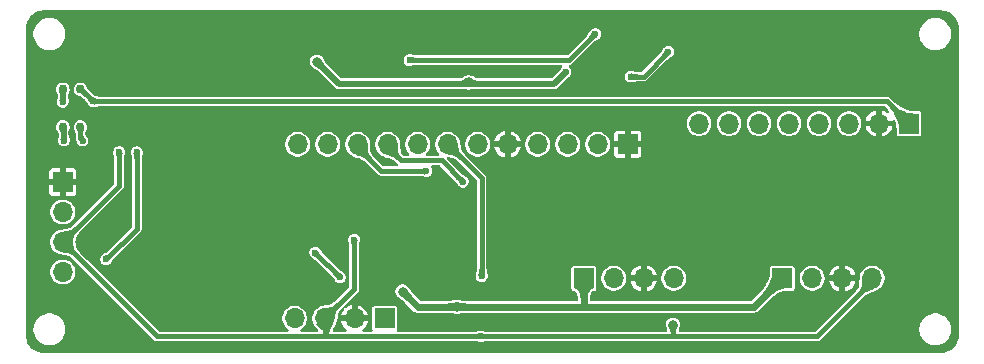
<source format=gbr>
%TF.GenerationSoftware,KiCad,Pcbnew,9.0.2*%
%TF.CreationDate,2025-06-06T22:39:28+05:30*%
%TF.ProjectId,AQEYE-SB-D1,41514559-452d-4534-922d-44312e6b6963,0.1*%
%TF.SameCoordinates,Original*%
%TF.FileFunction,Copper,L2,Bot*%
%TF.FilePolarity,Positive*%
%FSLAX46Y46*%
G04 Gerber Fmt 4.6, Leading zero omitted, Abs format (unit mm)*
G04 Created by KiCad (PCBNEW 9.0.2) date 2025-06-06 22:39:28*
%MOMM*%
%LPD*%
G01*
G04 APERTURE LIST*
G04 Aperture macros list*
%AMRoundRect*
0 Rectangle with rounded corners*
0 $1 Rounding radius*
0 $2 $3 $4 $5 $6 $7 $8 $9 X,Y pos of 4 corners*
0 Add a 4 corners polygon primitive as box body*
4,1,4,$2,$3,$4,$5,$6,$7,$8,$9,$2,$3,0*
0 Add four circle primitives for the rounded corners*
1,1,$1+$1,$2,$3*
1,1,$1+$1,$4,$5*
1,1,$1+$1,$6,$7*
1,1,$1+$1,$8,$9*
0 Add four rect primitives between the rounded corners*
20,1,$1+$1,$2,$3,$4,$5,0*
20,1,$1+$1,$4,$5,$6,$7,0*
20,1,$1+$1,$6,$7,$8,$9,0*
20,1,$1+$1,$8,$9,$2,$3,0*%
G04 Aperture macros list end*
%TA.AperFunction,ComponentPad*%
%ADD10R,1.700000X1.700000*%
%TD*%
%TA.AperFunction,ComponentPad*%
%ADD11O,1.700000X1.700000*%
%TD*%
%TA.AperFunction,SMDPad,CuDef*%
%ADD12RoundRect,0.375000X-0.000010X-0.000010X0.000010X-0.000010X0.000010X0.000010X-0.000010X0.000010X0*%
%TD*%
%TA.AperFunction,ViaPad*%
%ADD13C,0.800000*%
%TD*%
%TA.AperFunction,ViaPad*%
%ADD14C,0.600000*%
%TD*%
%TA.AperFunction,Conductor*%
%ADD15C,0.400000*%
%TD*%
%TA.AperFunction,Conductor*%
%ADD16C,0.600000*%
%TD*%
%TA.AperFunction,Conductor*%
%ADD17C,0.500000*%
%TD*%
G04 APERTURE END LIST*
D10*
X47742500Y6824999D03*
D11*
X50282500Y6824999D03*
X52822499Y6824999D03*
X55362500Y6824999D03*
D10*
X64542500Y6824999D03*
D11*
X67082500Y6824999D03*
X69622499Y6824999D03*
X72162500Y6824999D03*
D10*
X75270000Y19925000D03*
D11*
X72730000Y19925000D03*
X70190001Y19925000D03*
X67650000Y19925000D03*
X65110000Y19925000D03*
X62570000Y19925000D03*
X60030000Y19925000D03*
X57489999Y19925000D03*
D10*
X51450000Y18175000D03*
D11*
X48910000Y18175000D03*
X46370001Y18175000D03*
X43830000Y18175000D03*
X41290000Y18175000D03*
X38750000Y18175000D03*
X36210000Y18175000D03*
X33669999Y18175000D03*
X31130000Y18175000D03*
X28590000Y18175000D03*
X26050000Y18175000D03*
X23510001Y18175000D03*
D10*
X30875000Y3424999D03*
D11*
X28335000Y3424999D03*
X25795001Y3424999D03*
X23255000Y3424999D03*
D10*
X3625000Y14975000D03*
D11*
X3625000Y12435000D03*
X3625000Y9895001D03*
X3625000Y7355000D03*
D12*
X5127500Y22822208D03*
X5127500Y19625152D03*
X3627500Y22822208D03*
X3627500Y19625152D03*
D13*
X37000000Y4400000D03*
D14*
X5302500Y18485000D03*
D13*
X32400000Y5700000D03*
X7000000Y15500000D03*
X54000000Y28500000D03*
X77500000Y23500000D03*
X20000000Y6500000D03*
X43000000Y11500000D03*
X47500000Y20500000D03*
X50500000Y11500000D03*
X43000000Y6000000D03*
X26500000Y28000000D03*
X68000000Y27000000D03*
X24500000Y14500000D03*
X12042500Y10917500D03*
X76000000Y23500000D03*
X43000000Y7500000D03*
X20000000Y5000000D03*
X14842500Y10917500D03*
X22500000Y14500000D03*
X36500000Y11500000D03*
X52500000Y28500000D03*
X59000000Y6000000D03*
X21000000Y18700000D03*
X43000000Y3000000D03*
X6000000Y2500000D03*
X65000000Y27000000D03*
X28500000Y14500000D03*
X36500000Y10000000D03*
X7000000Y17000000D03*
X45500000Y27000000D03*
X36500000Y13000000D03*
X13442500Y10917500D03*
X45500000Y20500000D03*
X75500000Y6000000D03*
X59000000Y7500000D03*
X48000000Y11500000D03*
X25000000Y28000000D03*
X26500000Y14500000D03*
X45500000Y11500000D03*
X21000000Y17200000D03*
X9000000Y6500000D03*
X75500000Y16500000D03*
X66500000Y27000000D03*
X59000000Y3000000D03*
X56500000Y26500000D03*
X28000000Y28000000D03*
X56500000Y28000000D03*
D14*
X54900000Y26000000D03*
X51700000Y23900000D03*
X6200000Y21800000D03*
D13*
X25145001Y25155000D03*
D14*
X46200000Y24300000D03*
D13*
X38000000Y23400000D03*
D14*
X3627500Y21775000D03*
X3727500Y18485000D03*
X33000000Y25300000D03*
X48724999Y27500000D03*
X34400000Y15900000D03*
X37500000Y15000000D03*
X9900000Y17500000D03*
X7300000Y8417500D03*
X8400000Y17500000D03*
X39100000Y7000000D03*
D13*
X55300000Y2900000D03*
D14*
X28300000Y10100000D03*
X39000000Y1900000D03*
X25000000Y9000000D03*
X27100000Y6900000D03*
D15*
X5127500Y18660000D02*
X5127500Y19625152D01*
D16*
X33700000Y4400000D02*
X32400000Y5700000D01*
X47742500Y4700000D02*
X47742500Y6824999D01*
D15*
X5302500Y18485000D02*
X5127500Y18660000D01*
D16*
X49100000Y4400000D02*
X37000000Y4400000D01*
X37000000Y4400000D02*
X33700000Y4400000D01*
X64542500Y6824999D02*
X62117501Y4400000D01*
X62117501Y4400000D02*
X49100000Y4400000D01*
D15*
X51700000Y23900000D02*
X52800000Y23900000D01*
X52800000Y23900000D02*
X54900000Y26000000D01*
X73395000Y21800000D02*
X75270000Y19925000D01*
X6200000Y21800000D02*
X73395000Y21800000D01*
X5177792Y22822208D02*
X6200000Y21800000D01*
X5127500Y22822208D02*
X5177792Y22822208D01*
D17*
X38100000Y23300000D02*
X45200000Y23300000D01*
X25145001Y25155000D02*
X27000001Y23300000D01*
X27000001Y23300000D02*
X37900000Y23300000D01*
X38000000Y23400000D02*
X38100000Y23300000D01*
X45200000Y23300000D02*
X46200000Y24300000D01*
X37900000Y23300000D02*
X38000000Y23400000D01*
D15*
X3627500Y21775000D02*
X3627500Y22822208D01*
X3700000Y19552652D02*
X3627500Y19625152D01*
X3727500Y18485000D02*
X3700000Y18512500D01*
X3700000Y18512500D02*
X3700000Y19552652D01*
X48700000Y27500000D02*
X46500000Y25300000D01*
X46500000Y25300000D02*
X33000000Y25300000D01*
X48724999Y27500000D02*
X48700000Y27500000D01*
X28590000Y17910000D02*
X28590000Y18175000D01*
X34400000Y15900000D02*
X30600000Y15900000D01*
X30600000Y15900000D02*
X28590000Y17910000D01*
X37500000Y15000000D02*
X35700000Y16800000D01*
X31130000Y17970000D02*
X31130000Y18175000D01*
X35700000Y16800000D02*
X32300000Y16800000D01*
X32300000Y16800000D02*
X31130000Y17970000D01*
X7300000Y8417500D02*
X9900000Y11017500D01*
X9900000Y11017500D02*
X9900000Y17500000D01*
X25700000Y1900000D02*
X55300000Y1900000D01*
X8400000Y14670001D02*
X8400000Y17500000D01*
X39100000Y15285000D02*
X36210000Y18175000D01*
X3625000Y9895001D02*
X11620001Y1900000D01*
X25795001Y3424999D02*
X28300000Y5929998D01*
X55300000Y1900000D02*
X55300000Y2900000D01*
X67500000Y1900000D02*
X72162500Y6562500D01*
X39100000Y7000000D02*
X39100000Y15285000D01*
X72162500Y6562500D02*
X72162500Y6824999D01*
X11620001Y1900000D02*
X25700000Y1900000D01*
X28300000Y5929998D02*
X28300000Y10100000D01*
X25795001Y1995001D02*
X25700000Y1900000D01*
X55300000Y1900000D02*
X67500000Y1900000D01*
X25795001Y3424999D02*
X25795001Y1995001D01*
X3625000Y9895001D02*
X8400000Y14670001D01*
X27100000Y6900000D02*
X25000000Y9000000D01*
%TA.AperFunction,Conductor*%
G36*
X27371770Y4328015D02*
G01*
X27428678Y4287478D01*
X27454636Y4222609D01*
X27441403Y4154004D01*
X27431515Y4137956D01*
X27351431Y4027730D01*
X27269252Y3866447D01*
X27269250Y3866441D01*
X27213318Y3694295D01*
X27213315Y3694285D01*
X27210261Y3674999D01*
X27901988Y3674999D01*
X27869075Y3617992D01*
X27835000Y3490825D01*
X27835000Y3359173D01*
X27869075Y3232006D01*
X27901988Y3174999D01*
X27210261Y3174999D01*
X27213315Y3155714D01*
X27213318Y3155704D01*
X27269250Y2983558D01*
X27269252Y2983552D01*
X27351434Y2822265D01*
X27457823Y2675830D01*
X27585826Y2547827D01*
X27617495Y2524818D01*
X27660160Y2469488D01*
X27666139Y2399875D01*
X27633533Y2338080D01*
X27572694Y2303722D01*
X27544609Y2300500D01*
X26597006Y2300500D01*
X26567577Y2309142D01*
X26537595Y2315659D01*
X26534357Y2318896D01*
X26529967Y2320185D01*
X26509882Y2343364D01*
X26488183Y2365057D01*
X26487209Y2369530D01*
X26484212Y2372989D01*
X26479845Y2403357D01*
X26473321Y2433328D01*
X26474654Y2439462D01*
X26474268Y2442147D01*
X26480818Y2467816D01*
X26503107Y2527602D01*
X26510183Y2546584D01*
X26515396Y2558587D01*
X26574553Y2677193D01*
X26579743Y2686559D01*
X26662000Y2820941D01*
X26671154Y2835895D01*
X26671154Y2835897D01*
X26671158Y2835902D01*
X26674541Y2844806D01*
X26687349Y2869644D01*
X26725942Y2927401D01*
X26805131Y3118579D01*
X26821479Y3200774D01*
X26827253Y3220808D01*
X26833273Y3236568D01*
X26891485Y3578869D01*
X26891513Y3578865D01*
X26891518Y3579066D01*
X26928899Y3796688D01*
X26931270Y3807544D01*
X26949324Y3875389D01*
X26953455Y3888101D01*
X26976270Y3947233D01*
X26982659Y3961155D01*
X27015149Y4021743D01*
X27022565Y4033848D01*
X27073230Y4106792D01*
X27080026Y4115688D01*
X27156853Y4207345D01*
X27162115Y4213228D01*
X27241468Y4296427D01*
X27301980Y4331350D01*
X27371770Y4328015D01*
G37*
%TD.AperFunction*%
%TA.AperFunction,Conductor*%
G36*
X78004418Y29499184D02*
G01*
X78204561Y29484870D01*
X78222063Y29482353D01*
X78413797Y29440645D01*
X78430755Y29435666D01*
X78614609Y29367091D01*
X78630701Y29359741D01*
X78802904Y29265712D01*
X78817784Y29256151D01*
X78974867Y29138559D01*
X78988237Y29126973D01*
X79126972Y28988238D01*
X79138558Y28974868D01*
X79256146Y28817790D01*
X79265711Y28802905D01*
X79359740Y28630702D01*
X79367090Y28614610D01*
X79435662Y28430764D01*
X79440646Y28413788D01*
X79482351Y28222069D01*
X79484869Y28204558D01*
X79499184Y28004420D01*
X79499500Y27995573D01*
X79499500Y2004428D01*
X79499184Y1995581D01*
X79484869Y1795443D01*
X79482351Y1777932D01*
X79440646Y1586213D01*
X79435662Y1569237D01*
X79367090Y1385391D01*
X79359740Y1369299D01*
X79265711Y1197096D01*
X79256146Y1182211D01*
X79138558Y1025133D01*
X79126972Y1011763D01*
X78988237Y873028D01*
X78974867Y861442D01*
X78817789Y743854D01*
X78802904Y734289D01*
X78630701Y640260D01*
X78614609Y632910D01*
X78430763Y564338D01*
X78413787Y559354D01*
X78222068Y517649D01*
X78204557Y515131D01*
X78023779Y502201D01*
X78004417Y500816D01*
X77995572Y500500D01*
X2004428Y500500D01*
X1995582Y500816D01*
X1973622Y502387D01*
X1795442Y515131D01*
X1777931Y517649D01*
X1586212Y559354D01*
X1569236Y564338D01*
X1385390Y632910D01*
X1369298Y640260D01*
X1197095Y734289D01*
X1182210Y743854D01*
X1025132Y861442D01*
X1011762Y873028D01*
X873027Y1011763D01*
X861441Y1025133D01*
X743849Y1182216D01*
X734288Y1197096D01*
X640259Y1369299D01*
X632909Y1385391D01*
X601390Y1469896D01*
X564334Y1569245D01*
X559355Y1586203D01*
X517647Y1777937D01*
X515130Y1795444D01*
X500816Y1995582D01*
X500500Y2004428D01*
X500500Y2606287D01*
X1149500Y2606287D01*
X1149500Y2393713D01*
X1182754Y2183757D01*
X1243896Y1995581D01*
X1248444Y1981586D01*
X1344951Y1792180D01*
X1469890Y1620214D01*
X1620213Y1469891D01*
X1792179Y1344952D01*
X1792181Y1344951D01*
X1792184Y1344949D01*
X1981588Y1248443D01*
X2183757Y1182754D01*
X2393713Y1149500D01*
X2393714Y1149500D01*
X2606286Y1149500D01*
X2606287Y1149500D01*
X2816243Y1182754D01*
X3018412Y1248443D01*
X3207816Y1344949D01*
X3329846Y1433608D01*
X3379786Y1469891D01*
X3379788Y1469894D01*
X3379792Y1469896D01*
X3530104Y1620208D01*
X3530106Y1620212D01*
X3530109Y1620214D01*
X3655048Y1792180D01*
X3655047Y1792180D01*
X3655051Y1792184D01*
X3751557Y1981588D01*
X3817246Y2183757D01*
X3850500Y2393713D01*
X3850500Y2606287D01*
X3817246Y2816243D01*
X3751557Y3018412D01*
X3655051Y3207816D01*
X3655049Y3207819D01*
X3655048Y3207821D01*
X3530109Y3379787D01*
X3379786Y3530110D01*
X3207820Y3655049D01*
X3018414Y3751556D01*
X3018413Y3751557D01*
X3018412Y3751557D01*
X2816243Y3817246D01*
X2816241Y3817247D01*
X2816240Y3817247D01*
X2637824Y3845505D01*
X2606287Y3850500D01*
X2393713Y3850500D01*
X2362176Y3845505D01*
X2183760Y3817247D01*
X1981585Y3751556D01*
X1792179Y3655049D01*
X1620213Y3530110D01*
X1469890Y3379787D01*
X1344951Y3207821D01*
X1248444Y3018415D01*
X1182753Y2816240D01*
X1156354Y2649563D01*
X1149500Y2606287D01*
X500500Y2606287D01*
X500500Y7458470D01*
X2574500Y7458470D01*
X2574500Y7251531D01*
X2614868Y7048588D01*
X2614870Y7048580D01*
X2681093Y6888703D01*
X2694059Y6857402D01*
X2727384Y6807528D01*
X2809024Y6685343D01*
X2955342Y6539025D01*
X2955345Y6539023D01*
X3127402Y6424059D01*
X3318580Y6344870D01*
X3514250Y6305949D01*
X3521530Y6304501D01*
X3521534Y6304500D01*
X3521535Y6304500D01*
X3728466Y6304500D01*
X3728467Y6304501D01*
X3931420Y6344870D01*
X4122598Y6424059D01*
X4294655Y6539023D01*
X4440977Y6685345D01*
X4555941Y6857402D01*
X4635130Y7048580D01*
X4675500Y7251535D01*
X4675500Y7458465D01*
X4635130Y7661420D01*
X4555941Y7852598D01*
X4440977Y8024655D01*
X4440975Y8024658D01*
X4294657Y8170976D01*
X4130907Y8280389D01*
X4122598Y8285941D01*
X4108453Y8291800D01*
X3931420Y8365130D01*
X3931412Y8365132D01*
X3728469Y8405500D01*
X3728465Y8405500D01*
X3521535Y8405500D01*
X3521530Y8405500D01*
X3318587Y8365132D01*
X3318579Y8365130D01*
X3127403Y8285942D01*
X2955342Y8170976D01*
X2809024Y8024658D01*
X2694058Y7852597D01*
X2614870Y7661421D01*
X2614868Y7661413D01*
X2574500Y7458470D01*
X500500Y7458470D01*
X500500Y9998471D01*
X2574500Y9998471D01*
X2574500Y9791532D01*
X2614868Y9588589D01*
X2614870Y9588581D01*
X2651354Y9500500D01*
X2694059Y9397403D01*
X2751541Y9311375D01*
X2809024Y9225344D01*
X2955342Y9079026D01*
X2955345Y9079024D01*
X3127402Y8964060D01*
X3318580Y8884871D01*
X3400770Y8868523D01*
X3420805Y8862749D01*
X3436569Y8856729D01*
X3778523Y8798578D01*
X3778864Y8798520D01*
X3778869Y8798517D01*
X3996690Y8761101D01*
X4007568Y8758724D01*
X4075360Y8740685D01*
X4088103Y8736545D01*
X4147223Y8713735D01*
X4161169Y8707335D01*
X4221745Y8674850D01*
X4233844Y8667438D01*
X4306782Y8616778D01*
X4315692Y8609971D01*
X4348122Y8582788D01*
X4377928Y8557804D01*
X4407326Y8533163D01*
X4413249Y8527867D01*
X4524010Y8422226D01*
X4533444Y8416162D01*
X4554070Y8399538D01*
X11374088Y1579520D01*
X11465413Y1526793D01*
X11567274Y1499500D01*
X25647273Y1499500D01*
X25752727Y1499500D01*
X38659460Y1499500D01*
X38721460Y1482887D01*
X38743970Y1469891D01*
X38806814Y1433608D01*
X38934108Y1399500D01*
X38934110Y1399500D01*
X39065890Y1399500D01*
X39065892Y1399500D01*
X39193186Y1433608D01*
X39256030Y1469891D01*
X39278540Y1482887D01*
X39340540Y1499500D01*
X67552725Y1499500D01*
X67552727Y1499500D01*
X67654588Y1526793D01*
X67745913Y1579520D01*
X68772679Y2606287D01*
X76149500Y2606287D01*
X76149500Y2393713D01*
X76182754Y2183757D01*
X76243896Y1995581D01*
X76248444Y1981586D01*
X76344951Y1792180D01*
X76469890Y1620214D01*
X76620213Y1469891D01*
X76792179Y1344952D01*
X76792181Y1344951D01*
X76792184Y1344949D01*
X76981588Y1248443D01*
X77183757Y1182754D01*
X77393713Y1149500D01*
X77393714Y1149500D01*
X77606286Y1149500D01*
X77606287Y1149500D01*
X77816243Y1182754D01*
X78018412Y1248443D01*
X78207816Y1344949D01*
X78329846Y1433608D01*
X78379786Y1469891D01*
X78379788Y1469894D01*
X78379792Y1469896D01*
X78530104Y1620208D01*
X78530106Y1620212D01*
X78530109Y1620214D01*
X78655048Y1792180D01*
X78655047Y1792180D01*
X78655051Y1792184D01*
X78751557Y1981588D01*
X78817246Y2183757D01*
X78850500Y2393713D01*
X78850500Y2606287D01*
X78817246Y2816243D01*
X78751557Y3018412D01*
X78655051Y3207816D01*
X78655049Y3207819D01*
X78655048Y3207821D01*
X78530109Y3379787D01*
X78379786Y3530110D01*
X78207820Y3655049D01*
X78018414Y3751556D01*
X78018413Y3751557D01*
X78018412Y3751557D01*
X77816243Y3817246D01*
X77816241Y3817247D01*
X77816240Y3817247D01*
X77637824Y3845505D01*
X77606287Y3850500D01*
X77393713Y3850500D01*
X77362176Y3845505D01*
X77183760Y3817247D01*
X76981585Y3751556D01*
X76792179Y3655049D01*
X76620213Y3530110D01*
X76469890Y3379787D01*
X76344951Y3207821D01*
X76248444Y3018415D01*
X76182753Y2816240D01*
X76156354Y2649563D01*
X76149500Y2606287D01*
X68772679Y2606287D01*
X71369908Y5203518D01*
X71374693Y5208053D01*
X71382657Y5215210D01*
X71399687Y5225879D01*
X71503824Y5324084D01*
X71504938Y5325084D01*
X71505155Y5325188D01*
X71509091Y5328654D01*
X71599106Y5402620D01*
X71606834Y5408478D01*
X71682905Y5461555D01*
X71691703Y5467155D01*
X71754054Y5503235D01*
X71767659Y5510029D01*
X71924069Y5576479D01*
X71934242Y5580284D01*
X71936486Y5581013D01*
X72040325Y5614747D01*
X72040378Y5614763D01*
X72042114Y5615329D01*
X72042557Y5615472D01*
X72042556Y5615473D01*
X72042653Y5615504D01*
X72042659Y5615505D01*
X72044795Y5616201D01*
X72092730Y5631772D01*
X72092914Y5631859D01*
X72178146Y5659595D01*
X72183712Y5661494D01*
X72184322Y5661712D01*
X72189472Y5663631D01*
X72338694Y5721504D01*
X72346820Y5724857D01*
X72347738Y5725259D01*
X72355750Y5728975D01*
X72525838Y5812343D01*
X72534147Y5816653D01*
X72535085Y5817167D01*
X72543245Y5821884D01*
X72731241Y5936411D01*
X72734711Y5938573D01*
X72735113Y5938829D01*
X72744222Y5947731D01*
X72761989Y5962140D01*
X72832155Y6009022D01*
X72978477Y6155344D01*
X73093441Y6327401D01*
X73172630Y6518579D01*
X73213000Y6721534D01*
X73213000Y6928464D01*
X73172630Y7131419D01*
X73093441Y7322597D01*
X72978477Y7494654D01*
X72978475Y7494657D01*
X72832157Y7640975D01*
X72664155Y7753229D01*
X72660098Y7755940D01*
X72468920Y7835129D01*
X72468912Y7835131D01*
X72265969Y7875499D01*
X72265965Y7875499D01*
X72059035Y7875499D01*
X72059030Y7875499D01*
X71856087Y7835131D01*
X71856079Y7835129D01*
X71664903Y7755941D01*
X71492842Y7640975D01*
X71346524Y7494657D01*
X71231558Y7322596D01*
X71152370Y7131420D01*
X71152368Y7131414D01*
X71135892Y7048580D01*
X71132894Y7033508D01*
X71123556Y7006500D01*
X71114704Y6942066D01*
X71113981Y6938431D01*
X71113979Y6938417D01*
X71112000Y6928466D01*
X71111464Y6923026D01*
X71110846Y6913978D01*
X71087411Y6743386D01*
X71086171Y6732017D01*
X71086065Y6730713D01*
X71085452Y6718963D01*
X71078754Y6435949D01*
X71078738Y6435186D01*
X71075493Y6258363D01*
X71074563Y6245308D01*
X71067938Y6192131D01*
X71065133Y6177171D01*
X71053227Y6129907D01*
X71047678Y6113069D01*
X71027729Y6064519D01*
X71020004Y6048930D01*
X70985219Y5989601D01*
X70976872Y5977155D01*
X70919301Y5901614D01*
X70911676Y5892543D01*
X70824437Y5798300D01*
X70824432Y5798294D01*
X70819318Y5790139D01*
X70801952Y5768346D01*
X67370426Y2336819D01*
X67309103Y2303334D01*
X67282745Y2300500D01*
X55910121Y2300500D01*
X55843082Y2320185D01*
X55797327Y2372989D01*
X55787383Y2442147D01*
X55795977Y2472948D01*
X55829871Y2552800D01*
X55834853Y2565732D01*
X55835371Y2567225D01*
X55839487Y2580528D01*
X55887284Y2755831D01*
X55888969Y2762443D01*
X55889151Y2763210D01*
X55889179Y2764693D01*
X55893382Y2794382D01*
X55900500Y2820943D01*
X55900500Y2979057D01*
X55859577Y3131784D01*
X55819752Y3200764D01*
X55780524Y3268710D01*
X55780518Y3268718D01*
X55668717Y3380519D01*
X55668709Y3380525D01*
X55531790Y3459574D01*
X55531786Y3459576D01*
X55531784Y3459577D01*
X55379057Y3500500D01*
X55220943Y3500500D01*
X55068216Y3459577D01*
X55068209Y3459574D01*
X54931290Y3380525D01*
X54931282Y3380519D01*
X54819481Y3268718D01*
X54819475Y3268710D01*
X54740426Y3131791D01*
X54740423Y3131784D01*
X54699500Y2979057D01*
X54699500Y2820941D01*
X54700759Y2816243D01*
X54708518Y2787282D01*
X54712385Y2764613D01*
X54713151Y2754549D01*
X54713151Y2754546D01*
X54713152Y2754545D01*
X54761766Y2580521D01*
X54766018Y2565303D01*
X54770227Y2551995D01*
X54770750Y2550519D01*
X54775761Y2537740D01*
X54803418Y2473594D01*
X54811885Y2404239D01*
X54781511Y2341317D01*
X54721941Y2304805D01*
X54689551Y2300500D01*
X39340540Y2300500D01*
X39278540Y2317113D01*
X39193188Y2366391D01*
X39193187Y2366392D01*
X39193186Y2366392D01*
X39065892Y2400500D01*
X38934108Y2400500D01*
X38806814Y2366392D01*
X38806813Y2366392D01*
X38806811Y2366391D01*
X38806810Y2366391D01*
X38721460Y2317113D01*
X38659460Y2300500D01*
X32014713Y2300500D01*
X31947674Y2320185D01*
X31901919Y2372989D01*
X31891975Y2442147D01*
X31911610Y2493390D01*
X31912056Y2494058D01*
X31913867Y2496768D01*
X31913867Y2496770D01*
X31913868Y2496770D01*
X31924559Y2550519D01*
X31925500Y2555251D01*
X31925500Y4294747D01*
X31925500Y4294750D01*
X31925499Y4294752D01*
X31913868Y4353229D01*
X31913867Y4353230D01*
X31869552Y4419552D01*
X31803230Y4463867D01*
X31803229Y4463868D01*
X31744752Y4475499D01*
X31744748Y4475499D01*
X30005252Y4475499D01*
X30005247Y4475499D01*
X29946770Y4463868D01*
X29946769Y4463867D01*
X29880447Y4419552D01*
X29836132Y4353230D01*
X29836131Y4353229D01*
X29824500Y4294752D01*
X29824500Y2555247D01*
X29836131Y2496770D01*
X29838390Y2493390D01*
X29859267Y2426712D01*
X29840782Y2359332D01*
X29788803Y2312643D01*
X29735287Y2300500D01*
X29125391Y2300500D01*
X29058352Y2320185D01*
X29012597Y2372989D01*
X29002653Y2442147D01*
X29031678Y2505703D01*
X29052505Y2524818D01*
X29084173Y2547827D01*
X29212176Y2675830D01*
X29318565Y2822265D01*
X29400747Y2983552D01*
X29400749Y2983558D01*
X29456681Y3155704D01*
X29456684Y3155714D01*
X29459739Y3174999D01*
X28768012Y3174999D01*
X28800925Y3232006D01*
X28835000Y3359173D01*
X28835000Y3490825D01*
X28800925Y3617992D01*
X28768012Y3674999D01*
X29459739Y3674999D01*
X29456684Y3694285D01*
X29456681Y3694295D01*
X29400749Y3866441D01*
X29400747Y3866447D01*
X29318565Y4027734D01*
X29212176Y4174169D01*
X29084169Y4302176D01*
X28937734Y4408565D01*
X28776447Y4490747D01*
X28776441Y4490749D01*
X28604295Y4546681D01*
X28604285Y4546684D01*
X28585000Y4549739D01*
X28585000Y3858011D01*
X28527993Y3890924D01*
X28400826Y3924999D01*
X28269174Y3924999D01*
X28142007Y3890924D01*
X28085000Y3858011D01*
X28085000Y4549739D01*
X28065714Y4546684D01*
X28065704Y4546681D01*
X27893558Y4490749D01*
X27893552Y4490747D01*
X27732269Y4408568D01*
X27590596Y4305637D01*
X27524789Y4282158D01*
X27456735Y4297984D01*
X27408041Y4348090D01*
X27394166Y4416568D01*
X27419516Y4481677D01*
X27430023Y4493630D01*
X28535703Y5599311D01*
X28535708Y5599314D01*
X28545911Y5609518D01*
X28545913Y5609518D01*
X28620480Y5684085D01*
X28673207Y5775411D01*
X28674184Y5779057D01*
X31799500Y5779057D01*
X31799500Y5620943D01*
X31839390Y5472074D01*
X31840423Y5468217D01*
X31840426Y5468210D01*
X31919475Y5331291D01*
X31919479Y5331286D01*
X31919480Y5331284D01*
X32031284Y5219480D01*
X32031285Y5219479D01*
X32031287Y5219478D01*
X32048717Y5209415D01*
X32056026Y5204850D01*
X32065434Y5198509D01*
X32075153Y5188979D01*
X32224007Y5091623D01*
X32224722Y5091141D01*
X32224745Y5091114D01*
X32225926Y5090319D01*
X32369532Y4991048D01*
X32391712Y4975716D01*
X32405413Y4964734D01*
X32600295Y4784422D01*
X32608413Y4779334D01*
X32630238Y4761948D01*
X33299500Y4092686D01*
X33392686Y3999500D01*
X33506814Y3933608D01*
X33634108Y3899500D01*
X36177164Y3899500D01*
X36182424Y3899388D01*
X36193480Y3898919D01*
X36214159Y3894285D01*
X36418409Y3889369D01*
X36419561Y3889320D01*
X36419889Y3889209D01*
X36429121Y3888543D01*
X36445893Y3886525D01*
X36556145Y3873252D01*
X36566184Y3871622D01*
X36691264Y3845993D01*
X36691615Y3845920D01*
X36868438Y3808935D01*
X36870190Y3808925D01*
X36901533Y3804701D01*
X36920943Y3799500D01*
X36920944Y3799500D01*
X37079054Y3799500D01*
X37079057Y3799500D01*
X37098534Y3804720D01*
X37106898Y3806651D01*
X37118032Y3808819D01*
X37131644Y3808953D01*
X37305710Y3845362D01*
X37306522Y3845519D01*
X37306557Y3845516D01*
X37307928Y3845785D01*
X37506300Y3881997D01*
X37523740Y3883919D01*
X37789042Y3894219D01*
X37796530Y3895937D01*
X37798386Y3896362D01*
X37826105Y3899500D01*
X62183391Y3899500D01*
X62183393Y3899500D01*
X62310687Y3933608D01*
X62424815Y3999500D01*
X63422804Y4997491D01*
X63427658Y5002089D01*
X63435677Y5009284D01*
X63452563Y5019819D01*
X63561661Y5122314D01*
X63562677Y5123225D01*
X63562833Y5123300D01*
X63565795Y5125930D01*
X63699637Y5238140D01*
X63704852Y5242276D01*
X63848133Y5349724D01*
X63853852Y5353763D01*
X64010851Y5458145D01*
X64017078Y5462025D01*
X64157654Y5543901D01*
X64164520Y5547612D01*
X64309660Y5620224D01*
X64317379Y5623759D01*
X64439844Y5674839D01*
X64448455Y5678061D01*
X64570344Y5718572D01*
X64579970Y5721344D01*
X64680327Y5745897D01*
X64690906Y5748002D01*
X64787480Y5762857D01*
X64799678Y5764118D01*
X64880374Y5768443D01*
X64889087Y5768910D01*
X64892005Y5769316D01*
X64920840Y5773320D01*
X64937898Y5774499D01*
X65412250Y5774499D01*
X65412251Y5774500D01*
X65435163Y5779057D01*
X65470729Y5786131D01*
X65470729Y5786132D01*
X65470731Y5786132D01*
X65537052Y5830447D01*
X65581367Y5896768D01*
X65581367Y5896770D01*
X65581368Y5896770D01*
X65592999Y5955247D01*
X65593000Y5955249D01*
X65593000Y6928469D01*
X66032000Y6928469D01*
X66032000Y6721530D01*
X66072368Y6518587D01*
X66072370Y6518579D01*
X66151558Y6327403D01*
X66266524Y6155342D01*
X66412842Y6009024D01*
X66412845Y6009022D01*
X66584902Y5894058D01*
X66776080Y5814869D01*
X66971298Y5776038D01*
X66979030Y5774500D01*
X66979034Y5774499D01*
X66979035Y5774499D01*
X67185966Y5774499D01*
X67185967Y5774500D01*
X67388920Y5814869D01*
X67580098Y5894058D01*
X67752155Y6009022D01*
X67898477Y6155344D01*
X68013441Y6327401D01*
X68092630Y6518579D01*
X68103853Y6574999D01*
X68116037Y6636251D01*
X68130072Y6706814D01*
X68133000Y6721534D01*
X68133000Y6928464D01*
X68131020Y6938417D01*
X68116037Y7013747D01*
X68103853Y7074999D01*
X68497760Y7074999D01*
X69189487Y7074999D01*
X69156574Y7017992D01*
X69122499Y6890825D01*
X69122499Y6759173D01*
X69156574Y6632006D01*
X69189487Y6574999D01*
X68497760Y6574999D01*
X68500814Y6555714D01*
X68500817Y6555704D01*
X68556749Y6383558D01*
X68556751Y6383552D01*
X68638933Y6222265D01*
X68745322Y6075830D01*
X68873329Y5947823D01*
X69019764Y5841434D01*
X69181051Y5759252D01*
X69181054Y5759251D01*
X69353198Y5703319D01*
X69353211Y5703316D01*
X69372499Y5700261D01*
X69372499Y6391987D01*
X69429506Y6359074D01*
X69556673Y6324999D01*
X69688325Y6324999D01*
X69815492Y6359074D01*
X69872499Y6391987D01*
X69872499Y5700262D01*
X69891786Y5703316D01*
X69891799Y5703319D01*
X70063943Y5759251D01*
X70063946Y5759252D01*
X70225233Y5841434D01*
X70371668Y5947823D01*
X70499675Y6075830D01*
X70606064Y6222265D01*
X70688246Y6383552D01*
X70688248Y6383558D01*
X70744180Y6555704D01*
X70744183Y6555714D01*
X70747238Y6574999D01*
X70055511Y6574999D01*
X70088424Y6632006D01*
X70122499Y6759173D01*
X70122499Y6890825D01*
X70088424Y7017992D01*
X70055511Y7074999D01*
X70747238Y7074999D01*
X70744183Y7094285D01*
X70744180Y7094295D01*
X70688248Y7266441D01*
X70688246Y7266447D01*
X70606064Y7427734D01*
X70499675Y7574169D01*
X70371668Y7702176D01*
X70225233Y7808565D01*
X70063946Y7890747D01*
X70063940Y7890749D01*
X69891794Y7946681D01*
X69891784Y7946684D01*
X69872499Y7949739D01*
X69872499Y7258011D01*
X69815492Y7290924D01*
X69688325Y7324999D01*
X69556673Y7324999D01*
X69429506Y7290924D01*
X69372499Y7258011D01*
X69372499Y7949739D01*
X69353213Y7946684D01*
X69353203Y7946681D01*
X69181057Y7890749D01*
X69181051Y7890747D01*
X69019764Y7808565D01*
X68873329Y7702176D01*
X68745322Y7574169D01*
X68638933Y7427734D01*
X68556751Y7266447D01*
X68556749Y7266441D01*
X68500817Y7094295D01*
X68500814Y7094285D01*
X68497760Y7074999D01*
X68103853Y7074999D01*
X68095919Y7114885D01*
X68092630Y7131419D01*
X68013441Y7322597D01*
X67898477Y7494654D01*
X67898475Y7494657D01*
X67752157Y7640975D01*
X67584155Y7753229D01*
X67580098Y7755940D01*
X67388920Y7835129D01*
X67388912Y7835131D01*
X67185969Y7875499D01*
X67185965Y7875499D01*
X66979035Y7875499D01*
X66979030Y7875499D01*
X66776087Y7835131D01*
X66776079Y7835129D01*
X66584903Y7755941D01*
X66412842Y7640975D01*
X66266524Y7494657D01*
X66151558Y7322596D01*
X66072370Y7131420D01*
X66072368Y7131412D01*
X66032000Y6928469D01*
X65593000Y6928469D01*
X65593000Y7694750D01*
X65592999Y7694752D01*
X65581368Y7753229D01*
X65581367Y7753230D01*
X65537052Y7819552D01*
X65470730Y7863867D01*
X65470729Y7863868D01*
X65412252Y7875499D01*
X65412248Y7875499D01*
X63672752Y7875499D01*
X63672747Y7875499D01*
X63614270Y7863868D01*
X63614269Y7863867D01*
X63547947Y7819552D01*
X63503632Y7753230D01*
X63503631Y7753229D01*
X63492000Y7694752D01*
X63492000Y7216514D01*
X63491334Y7203677D01*
X63490161Y7192412D01*
X63486401Y7179619D01*
X63471152Y7009774D01*
X63471062Y7008903D01*
X63470839Y7008361D01*
X63467902Y6991175D01*
X63420218Y6803694D01*
X63414948Y6787643D01*
X63325499Y6567160D01*
X63319278Y6554077D01*
X63182983Y6305949D01*
X63176265Y6295085D01*
X62995747Y6034232D01*
X62988318Y6024552D01*
X62780083Y5779228D01*
X62779021Y5777994D01*
X62776795Y5775441D01*
X62740012Y5737599D01*
X62728670Y5720230D01*
X62723013Y5713739D01*
X62721443Y5712737D01*
X62717220Y5707535D01*
X61946506Y4936819D01*
X61885183Y4903334D01*
X61858825Y4900500D01*
X48367000Y4900500D01*
X48299961Y4920185D01*
X48254206Y4972989D01*
X48243000Y5024500D01*
X48243000Y5088911D01*
X48246826Y5119476D01*
X48247779Y5123225D01*
X48248299Y5125268D01*
X48252215Y5199600D01*
X48253273Y5210486D01*
X48266121Y5300874D01*
X48268064Y5311310D01*
X48271449Y5325970D01*
X48289470Y5404026D01*
X48292700Y5415474D01*
X48298191Y5431881D01*
X48323482Y5507456D01*
X48328302Y5519664D01*
X48356370Y5581019D01*
X48363275Y5594014D01*
X48395054Y5646091D01*
X48404634Y5659654D01*
X48407863Y5663631D01*
X48426669Y5686793D01*
X48439136Y5700031D01*
X48460514Y5719625D01*
X48476117Y5731782D01*
X48487468Y5739252D01*
X48505431Y5749048D01*
X48517258Y5754282D01*
X48536872Y5761061D01*
X48545935Y5763366D01*
X48565573Y5766706D01*
X48585263Y5768443D01*
X48595408Y5771167D01*
X48606305Y5773152D01*
X48606274Y5773310D01*
X48670729Y5786131D01*
X48670729Y5786132D01*
X48670731Y5786132D01*
X48737052Y5830447D01*
X48781367Y5896768D01*
X48781367Y5896770D01*
X48781368Y5896770D01*
X48792999Y5955247D01*
X48793000Y5955249D01*
X48793000Y6928469D01*
X49232000Y6928469D01*
X49232000Y6721530D01*
X49272368Y6518587D01*
X49272370Y6518579D01*
X49351558Y6327403D01*
X49466524Y6155342D01*
X49612842Y6009024D01*
X49612845Y6009022D01*
X49784902Y5894058D01*
X49976080Y5814869D01*
X50171298Y5776038D01*
X50179030Y5774500D01*
X50179034Y5774499D01*
X50179035Y5774499D01*
X50385966Y5774499D01*
X50385967Y5774500D01*
X50588920Y5814869D01*
X50780098Y5894058D01*
X50952155Y6009022D01*
X51098477Y6155344D01*
X51213441Y6327401D01*
X51292630Y6518579D01*
X51303853Y6574999D01*
X51316037Y6636251D01*
X51330072Y6706814D01*
X51333000Y6721534D01*
X51333000Y6928464D01*
X51303853Y7074999D01*
X51697760Y7074999D01*
X52389487Y7074999D01*
X52356574Y7017992D01*
X52322499Y6890825D01*
X52322499Y6759173D01*
X52356574Y6632006D01*
X52389487Y6574999D01*
X51697760Y6574999D01*
X51700814Y6555714D01*
X51700817Y6555704D01*
X51756749Y6383558D01*
X51756751Y6383552D01*
X51838933Y6222265D01*
X51945322Y6075830D01*
X52073329Y5947823D01*
X52219764Y5841434D01*
X52381051Y5759252D01*
X52381054Y5759251D01*
X52553198Y5703319D01*
X52553211Y5703316D01*
X52572499Y5700261D01*
X52572499Y6391987D01*
X52629506Y6359074D01*
X52756673Y6324999D01*
X52888325Y6324999D01*
X53015492Y6359074D01*
X53072499Y6391987D01*
X53072499Y5700262D01*
X53091786Y5703316D01*
X53091799Y5703319D01*
X53263943Y5759251D01*
X53263946Y5759252D01*
X53425233Y5841434D01*
X53571668Y5947823D01*
X53699675Y6075830D01*
X53806064Y6222265D01*
X53888246Y6383552D01*
X53888248Y6383558D01*
X53944180Y6555704D01*
X53944183Y6555714D01*
X53947238Y6574999D01*
X53255511Y6574999D01*
X53288424Y6632006D01*
X53322499Y6759173D01*
X53322499Y6890825D01*
X53312412Y6928469D01*
X54312000Y6928469D01*
X54312000Y6721530D01*
X54352368Y6518587D01*
X54352370Y6518579D01*
X54431558Y6327403D01*
X54546524Y6155342D01*
X54692842Y6009024D01*
X54692845Y6009022D01*
X54864902Y5894058D01*
X55056080Y5814869D01*
X55251298Y5776038D01*
X55259030Y5774500D01*
X55259034Y5774499D01*
X55259035Y5774499D01*
X55465966Y5774499D01*
X55465967Y5774500D01*
X55668920Y5814869D01*
X55860098Y5894058D01*
X56032155Y6009022D01*
X56178477Y6155344D01*
X56293441Y6327401D01*
X56372630Y6518579D01*
X56413000Y6721534D01*
X56413000Y6928464D01*
X56372630Y7131419D01*
X56293441Y7322597D01*
X56178477Y7494654D01*
X56178475Y7494657D01*
X56032157Y7640975D01*
X55864155Y7753229D01*
X55860098Y7755940D01*
X55668920Y7835129D01*
X55668912Y7835131D01*
X55465969Y7875499D01*
X55465965Y7875499D01*
X55259035Y7875499D01*
X55259030Y7875499D01*
X55056087Y7835131D01*
X55056079Y7835129D01*
X54864903Y7755941D01*
X54692842Y7640975D01*
X54546524Y7494657D01*
X54431558Y7322596D01*
X54352370Y7131420D01*
X54352368Y7131412D01*
X54312000Y6928469D01*
X53312412Y6928469D01*
X53288424Y7017992D01*
X53255511Y7074999D01*
X53947238Y7074999D01*
X53944183Y7094285D01*
X53944180Y7094295D01*
X53888248Y7266441D01*
X53888246Y7266447D01*
X53806064Y7427734D01*
X53699675Y7574169D01*
X53571668Y7702176D01*
X53425233Y7808565D01*
X53263946Y7890747D01*
X53263940Y7890749D01*
X53091794Y7946681D01*
X53091784Y7946684D01*
X53072499Y7949739D01*
X53072499Y7258011D01*
X53015492Y7290924D01*
X52888325Y7324999D01*
X52756673Y7324999D01*
X52629506Y7290924D01*
X52572499Y7258011D01*
X52572499Y7949739D01*
X52553213Y7946684D01*
X52553203Y7946681D01*
X52381057Y7890749D01*
X52381051Y7890747D01*
X52219764Y7808565D01*
X52073329Y7702176D01*
X51945322Y7574169D01*
X51838933Y7427734D01*
X51756751Y7266447D01*
X51756749Y7266441D01*
X51700817Y7094295D01*
X51700814Y7094285D01*
X51697760Y7074999D01*
X51303853Y7074999D01*
X51292630Y7131419D01*
X51213441Y7322597D01*
X51098477Y7494654D01*
X51098475Y7494657D01*
X50952157Y7640975D01*
X50784155Y7753229D01*
X50780098Y7755940D01*
X50588920Y7835129D01*
X50588912Y7835131D01*
X50385969Y7875499D01*
X50385965Y7875499D01*
X50179035Y7875499D01*
X50179030Y7875499D01*
X49976087Y7835131D01*
X49976079Y7835129D01*
X49784903Y7755941D01*
X49612842Y7640975D01*
X49466524Y7494657D01*
X49351558Y7322596D01*
X49272370Y7131420D01*
X49272368Y7131412D01*
X49232000Y6928469D01*
X48793000Y6928469D01*
X48793000Y7694750D01*
X48792999Y7694752D01*
X48781368Y7753229D01*
X48781367Y7753230D01*
X48737052Y7819552D01*
X48670730Y7863867D01*
X48670729Y7863868D01*
X48612252Y7875499D01*
X48612248Y7875499D01*
X46872752Y7875499D01*
X46872747Y7875499D01*
X46814270Y7863868D01*
X46814269Y7863867D01*
X46747947Y7819552D01*
X46703632Y7753230D01*
X46703631Y7753229D01*
X46692000Y7694752D01*
X46692000Y5955247D01*
X46703631Y5896770D01*
X46703632Y5896769D01*
X46747947Y5830447D01*
X46814269Y5786132D01*
X46814270Y5786131D01*
X46855181Y5777994D01*
X46872752Y5774499D01*
X46872758Y5774499D01*
X46872952Y5774479D01*
X46881180Y5773390D01*
X46887669Y5772309D01*
X46902559Y5768170D01*
X46920640Y5766816D01*
X46926165Y5765895D01*
X46934406Y5761908D01*
X46961097Y5754561D01*
X46992148Y5739085D01*
X47021418Y5718779D01*
X47054645Y5687783D01*
X47073881Y5664915D01*
X47081463Y5653306D01*
X47120509Y5593517D01*
X47131660Y5572162D01*
X47152864Y5519675D01*
X47170559Y5475872D01*
X47180643Y5450912D01*
X47186601Y5431881D01*
X47223289Y5270051D01*
X47225765Y5254751D01*
X47225866Y5253713D01*
X47236801Y5119114D01*
X47240440Y5105277D01*
X47241407Y5095430D01*
X47240827Y5092381D01*
X47242000Y5083314D01*
X47242000Y5024500D01*
X47222315Y4957461D01*
X47169511Y4911706D01*
X47118000Y4900500D01*
X37822842Y4900500D01*
X37795730Y4903500D01*
X37792100Y4904314D01*
X37785841Y4905716D01*
X37582715Y4910606D01*
X37570880Y4911459D01*
X37443872Y4926748D01*
X37433801Y4928383D01*
X37308999Y4953956D01*
X37308505Y4954058D01*
X37131555Y4991067D01*
X37129795Y4991077D01*
X37098468Y4995299D01*
X37090358Y4997472D01*
X37079057Y5000500D01*
X36920943Y5000500D01*
X36920937Y5000500D01*
X36901496Y4995290D01*
X36893102Y4993351D01*
X36881965Y4991183D01*
X36868354Y4991048D01*
X36694320Y4954648D01*
X36693407Y4954470D01*
X36693372Y4954474D01*
X36691977Y4954200D01*
X36493708Y4918007D01*
X36476252Y4916084D01*
X36210956Y4905782D01*
X36207155Y4904911D01*
X36201613Y4903639D01*
X36173891Y4900500D01*
X33958676Y4900500D01*
X33891637Y4920185D01*
X33870995Y4936819D01*
X33335740Y5472074D01*
X33332100Y5475872D01*
X33324612Y5484024D01*
X33313266Y5501923D01*
X33172313Y5649827D01*
X33171541Y5650668D01*
X33171387Y5650980D01*
X33165338Y5657968D01*
X33086318Y5758616D01*
X33080378Y5766858D01*
X33010076Y5873397D01*
X32911021Y6024847D01*
X32910025Y6026355D01*
X32909977Y6026427D01*
X32909975Y6026429D01*
X32909972Y6026433D01*
X32909427Y6026980D01*
X32908001Y6028841D01*
X32906132Y6031126D01*
X32906205Y6031187D01*
X32889884Y6052498D01*
X32880522Y6068713D01*
X32880518Y6068718D01*
X32768717Y6180519D01*
X32768709Y6180525D01*
X32631790Y6259574D01*
X32631786Y6259576D01*
X32631784Y6259577D01*
X32479057Y6300500D01*
X32320943Y6300500D01*
X32168216Y6259577D01*
X32168209Y6259574D01*
X32031290Y6180525D01*
X32031282Y6180519D01*
X31919481Y6068718D01*
X31919475Y6068710D01*
X31840426Y5931791D01*
X31840423Y5931784D01*
X31799500Y5779057D01*
X28674184Y5779057D01*
X28684258Y5816653D01*
X28700501Y5877271D01*
X28700501Y5982725D01*
X28700500Y5982729D01*
X28700500Y9473046D01*
X28703810Y9501505D01*
X28705771Y9509820D01*
X28709528Y9616564D01*
X28710653Y9629419D01*
X28718061Y9682229D01*
X28719025Y9689102D01*
X28721728Y9702745D01*
X28742933Y9785161D01*
X28743495Y9787398D01*
X28790912Y9980670D01*
X28791846Y9984648D01*
X28791951Y9985116D01*
X28791986Y9987666D01*
X28796200Y10018062D01*
X28800500Y10034108D01*
X28800500Y10165892D01*
X28766392Y10293186D01*
X28700500Y10407314D01*
X28607314Y10500500D01*
X28550250Y10533446D01*
X28493187Y10566392D01*
X28421123Y10585701D01*
X28365892Y10600500D01*
X28234108Y10600500D01*
X28106812Y10566392D01*
X27992686Y10500500D01*
X27992683Y10500498D01*
X27899502Y10407317D01*
X27899500Y10407314D01*
X27833608Y10293188D01*
X27799500Y10165892D01*
X27799500Y10034104D01*
X27804645Y10014904D01*
X27805780Y10010322D01*
X27808255Y9999442D01*
X27809087Y9980672D01*
X27856321Y9788140D01*
X27867280Y9742061D01*
X27881509Y9682229D01*
X27884643Y9661090D01*
X27894210Y9504243D01*
X27895886Y9497457D01*
X27899500Y9467739D01*
X27899500Y6147253D01*
X27879815Y6080214D01*
X27863181Y6059572D01*
X26724272Y4920664D01*
X26719986Y4916577D01*
X26711926Y4909253D01*
X26694444Y4898232D01*
X26571188Y4781356D01*
X26570203Y4780460D01*
X26569967Y4780346D01*
X26565229Y4776175D01*
X26465786Y4694987D01*
X26456274Y4687950D01*
X26394440Y4646618D01*
X26383223Y4639946D01*
X26336456Y4615365D01*
X26318309Y4607602D01*
X26197336Y4566897D01*
X26179417Y4562322D01*
X25948768Y4521470D01*
X25947931Y4521325D01*
X25606571Y4463273D01*
X25603301Y4462691D01*
X25603000Y4462635D01*
X25591098Y4457794D01*
X25568580Y4451043D01*
X25488586Y4435131D01*
X25488580Y4435129D01*
X25297404Y4355941D01*
X25125343Y4240975D01*
X24979025Y4094657D01*
X24864059Y3922596D01*
X24784871Y3731420D01*
X24784869Y3731412D01*
X24744501Y3528469D01*
X24744501Y3321530D01*
X24784869Y3118587D01*
X24784871Y3118579D01*
X24850940Y2959074D01*
X24864060Y2927401D01*
X24922798Y2839492D01*
X24935967Y2814191D01*
X24958286Y2786378D01*
X24961282Y2781894D01*
X24961290Y2781883D01*
X24971212Y2767035D01*
X24979024Y2755344D01*
X24979026Y2755342D01*
X24995327Y2739041D01*
X25004357Y2728968D01*
X25050476Y2671498D01*
X25059679Y2660804D01*
X25060769Y2659622D01*
X25070716Y2649554D01*
X25113616Y2609025D01*
X25213526Y2514636D01*
X25248739Y2454289D01*
X25245736Y2384484D01*
X25205470Y2327383D01*
X25140725Y2301117D01*
X25128370Y2300500D01*
X23871692Y2300500D01*
X23804653Y2320185D01*
X23758898Y2372989D01*
X23748954Y2442147D01*
X23777979Y2505703D01*
X23802802Y2527602D01*
X23893753Y2588375D01*
X23924655Y2609022D01*
X24070977Y2755344D01*
X24185941Y2927401D01*
X24265130Y3118579D01*
X24305500Y3321534D01*
X24305500Y3528464D01*
X24265130Y3731419D01*
X24185941Y3922597D01*
X24070977Y4094654D01*
X24070975Y4094657D01*
X23924657Y4240975D01*
X23789400Y4331350D01*
X23752598Y4355940D01*
X23561420Y4435129D01*
X23561412Y4435131D01*
X23358469Y4475499D01*
X23358465Y4475499D01*
X23151535Y4475499D01*
X23151530Y4475499D01*
X22948587Y4435131D01*
X22948579Y4435129D01*
X22757403Y4355941D01*
X22585342Y4240975D01*
X22439024Y4094657D01*
X22324058Y3922596D01*
X22244870Y3731420D01*
X22244868Y3731412D01*
X22204500Y3528469D01*
X22204500Y3321530D01*
X22244868Y3118587D01*
X22244870Y3118579D01*
X22324058Y2927403D01*
X22439024Y2755342D01*
X22585341Y2609025D01*
X22585349Y2609019D01*
X22707198Y2527602D01*
X22752004Y2473990D01*
X22760711Y2404665D01*
X22730557Y2341638D01*
X22671114Y2304918D01*
X22638308Y2300500D01*
X11837256Y2300500D01*
X11770217Y2320185D01*
X11749575Y2336819D01*
X5603002Y8483392D01*
X6799500Y8483392D01*
X6799500Y8351609D01*
X6833608Y8224313D01*
X6864402Y8170977D01*
X6899500Y8110186D01*
X6992686Y8017000D01*
X7106814Y7951108D01*
X7234108Y7917000D01*
X7234110Y7917000D01*
X7365890Y7917000D01*
X7365892Y7917000D01*
X7493186Y7951108D01*
X7607314Y8017000D01*
X7700500Y8110186D01*
X7710467Y8127452D01*
X7712877Y8131448D01*
X7718819Y8140891D01*
X7731505Y8154750D01*
X7834297Y8324376D01*
X7891327Y8416999D01*
X7904050Y8434152D01*
X8008200Y8551828D01*
X8011814Y8557813D01*
X8030268Y8581377D01*
X8514783Y9065892D01*
X24499500Y9065892D01*
X24499500Y8934109D01*
X24533608Y8806813D01*
X24561374Y8758722D01*
X24599500Y8692686D01*
X24692686Y8599500D01*
X24709928Y8589546D01*
X24713946Y8587122D01*
X24723390Y8581179D01*
X24737250Y8568494D01*
X24906781Y8465760D01*
X24999489Y8408676D01*
X25016649Y8395947D01*
X25134324Y8291802D01*
X25134326Y8291801D01*
X25134327Y8291800D01*
X25140311Y8288186D01*
X25163880Y8269727D01*
X26373479Y7060128D01*
X26378927Y7054318D01*
X26385794Y7046507D01*
X26395755Y7030400D01*
X26469795Y6950955D01*
X26470992Y6949593D01*
X26471210Y6949123D01*
X26476871Y6942377D01*
X26483105Y6934108D01*
X26513135Y6894279D01*
X26520886Y6882698D01*
X26549590Y6834108D01*
X26564159Y6809447D01*
X26565272Y6807585D01*
X26668500Y6637239D01*
X26670864Y6633433D01*
X26671106Y6633053D01*
X26671111Y6633046D01*
X26672766Y6631348D01*
X26691346Y6606808D01*
X26699497Y6592690D01*
X26699499Y6592687D01*
X26699500Y6592686D01*
X26792686Y6499500D01*
X26906814Y6433608D01*
X27034108Y6399500D01*
X27034110Y6399500D01*
X27165890Y6399500D01*
X27165892Y6399500D01*
X27293186Y6433608D01*
X27407314Y6499500D01*
X27500500Y6592686D01*
X27566392Y6706814D01*
X27600500Y6834108D01*
X27600500Y6965892D01*
X27566392Y7093186D01*
X27565757Y7094285D01*
X27544318Y7131419D01*
X27500500Y7207314D01*
X27407314Y7300500D01*
X27390084Y7310448D01*
X27386055Y7312878D01*
X27376608Y7318823D01*
X27362749Y7331507D01*
X27193075Y7434328D01*
X27100509Y7491326D01*
X27083354Y7504050D01*
X26965670Y7608203D01*
X26965669Y7608204D01*
X26965668Y7608205D01*
X26959687Y7611817D01*
X26936117Y7630276D01*
X25726518Y8839875D01*
X25721069Y8845685D01*
X25714207Y8853491D01*
X25704243Y8869602D01*
X25630189Y8949063D01*
X25629008Y8950406D01*
X25628787Y8950880D01*
X25623127Y8957626D01*
X25594527Y8995559D01*
X25586854Y9005736D01*
X25579107Y9017312D01*
X25535867Y9090509D01*
X25534706Y9092450D01*
X25534672Y9092507D01*
X25431505Y9262751D01*
X25429147Y9266548D01*
X25428890Y9266952D01*
X25428720Y9267126D01*
X25427232Y9268654D01*
X25408649Y9293199D01*
X25400500Y9307314D01*
X25354270Y9353544D01*
X25307314Y9400500D01*
X25250250Y9433446D01*
X25193187Y9466392D01*
X25095114Y9492670D01*
X25065892Y9500500D01*
X24934108Y9500500D01*
X24806812Y9466392D01*
X24692686Y9400500D01*
X24692683Y9400498D01*
X24599502Y9307317D01*
X24599500Y9307314D01*
X24533608Y9193188D01*
X24499500Y9065892D01*
X8514783Y9065892D01*
X10220480Y10771587D01*
X10273207Y10862912D01*
X10300500Y10964773D01*
X10300500Y11070227D01*
X10300500Y16873046D01*
X10300756Y16881006D01*
X10301423Y16891384D01*
X10305771Y16909820D01*
X10309592Y17018372D01*
X10309707Y17020154D01*
X10309885Y17020644D01*
X10310653Y17029419D01*
X10311074Y17032418D01*
X10319025Y17089102D01*
X10321728Y17102745D01*
X10342933Y17185161D01*
X10343495Y17187398D01*
X10390912Y17380670D01*
X10391846Y17384648D01*
X10391951Y17385116D01*
X10391986Y17387666D01*
X10396200Y17418062D01*
X10400500Y17434108D01*
X10400500Y17565892D01*
X10366392Y17693186D01*
X10300500Y17807314D01*
X10207314Y17900500D01*
X10150250Y17933446D01*
X10093187Y17966392D01*
X10019067Y17986252D01*
X9965892Y18000500D01*
X9834108Y18000500D01*
X9706812Y17966392D01*
X9592686Y17900500D01*
X9592683Y17900498D01*
X9499502Y17807317D01*
X9499500Y17807314D01*
X9433608Y17693188D01*
X9399500Y17565892D01*
X9399500Y17434104D01*
X9404645Y17414904D01*
X9405780Y17410322D01*
X9408255Y17399442D01*
X9409087Y17380672D01*
X9456321Y17188140D01*
X9467575Y17140818D01*
X9481509Y17082229D01*
X9484643Y17061090D01*
X9494210Y16904243D01*
X9495886Y16897457D01*
X9499500Y16867739D01*
X9499500Y11234756D01*
X9479815Y11167717D01*
X9463181Y11147075D01*
X7460130Y9144025D01*
X7454319Y9138576D01*
X7446503Y9131706D01*
X7430398Y9121746D01*
X7350969Y9047723D01*
X7349587Y9046507D01*
X7349117Y9046289D01*
X7342369Y9040626D01*
X7294272Y9004362D01*
X7282689Y8996610D01*
X7209420Y8953327D01*
X7207582Y8952227D01*
X7037218Y8848987D01*
X7033246Y8846518D01*
X7032840Y8846259D01*
X7031217Y8844675D01*
X7006639Y8826057D01*
X6992688Y8818002D01*
X6992686Y8818001D01*
X6899500Y8724814D01*
X6833608Y8610688D01*
X6799500Y8483392D01*
X5603002Y8483392D01*
X5120663Y8965731D01*
X5116577Y8970017D01*
X5109252Y8978077D01*
X5098232Y8995559D01*
X4981347Y9118823D01*
X4980452Y9119808D01*
X4980338Y9120041D01*
X4976166Y9124782D01*
X4960455Y9144025D01*
X4894995Y9224204D01*
X4887965Y9233706D01*
X4846611Y9295573D01*
X4839941Y9306788D01*
X4815365Y9353544D01*
X4807601Y9371691D01*
X4766893Y9492670D01*
X4762318Y9510590D01*
X4721436Y9741413D01*
X4721359Y9741859D01*
X4698851Y9874214D01*
X4698851Y9915787D01*
X4721484Y10048871D01*
X4721522Y10048865D01*
X4721518Y10049070D01*
X4758898Y10266690D01*
X4761269Y10277546D01*
X4779323Y10345391D01*
X4783454Y10358103D01*
X4806269Y10417235D01*
X4812658Y10431157D01*
X4845148Y10491745D01*
X4852564Y10503850D01*
X4903229Y10576794D01*
X4910025Y10585690D01*
X4986852Y10677347D01*
X4992114Y10683230D01*
X5097775Y10794011D01*
X5103834Y10803440D01*
X5120460Y10824071D01*
X8645910Y14349520D01*
X8645913Y14349521D01*
X8720480Y14424088D01*
X8764019Y14499500D01*
X8773207Y14515413D01*
X8800501Y14617274D01*
X8800501Y14722728D01*
X8800501Y14730323D01*
X8800500Y14730341D01*
X8800500Y16873046D01*
X8800756Y16881006D01*
X8801423Y16891384D01*
X8805771Y16909820D01*
X8809592Y17018372D01*
X8809707Y17020154D01*
X8809885Y17020644D01*
X8810653Y17029419D01*
X8811074Y17032418D01*
X8819025Y17089102D01*
X8821728Y17102745D01*
X8842933Y17185161D01*
X8843495Y17187398D01*
X8890912Y17380670D01*
X8891846Y17384648D01*
X8891951Y17385116D01*
X8891986Y17387666D01*
X8896200Y17418062D01*
X8900500Y17434108D01*
X8900500Y17565892D01*
X8866392Y17693186D01*
X8800500Y17807314D01*
X8707314Y17900500D01*
X8650250Y17933446D01*
X8593187Y17966392D01*
X8519067Y17986252D01*
X8465892Y18000500D01*
X8334108Y18000500D01*
X8206812Y17966392D01*
X8092686Y17900500D01*
X8092683Y17900498D01*
X7999502Y17807317D01*
X7999500Y17807314D01*
X7933608Y17693188D01*
X7899500Y17565892D01*
X7899500Y17434104D01*
X7904645Y17414904D01*
X7905780Y17410322D01*
X7908255Y17399442D01*
X7909087Y17380672D01*
X7956321Y17188140D01*
X7967575Y17140818D01*
X7981509Y17082229D01*
X7984643Y17061090D01*
X7994210Y16904243D01*
X7995886Y16897457D01*
X7999500Y16867739D01*
X7999500Y14887257D01*
X7979815Y14820218D01*
X7963181Y14799576D01*
X4554269Y11390665D01*
X4549983Y11386578D01*
X4541924Y11379255D01*
X4524443Y11368234D01*
X4401213Y11251382D01*
X4400202Y11250463D01*
X4399966Y11250349D01*
X4395228Y11246178D01*
X4295785Y11164989D01*
X4286273Y11157952D01*
X4224439Y11116620D01*
X4213222Y11109948D01*
X4166455Y11085367D01*
X4148308Y11077604D01*
X4027335Y11036899D01*
X4009416Y11032324D01*
X3778767Y10991472D01*
X3777930Y10991327D01*
X3436570Y10933275D01*
X3433300Y10932693D01*
X3432999Y10932637D01*
X3421097Y10927796D01*
X3398579Y10921045D01*
X3318585Y10905133D01*
X3318579Y10905131D01*
X3127403Y10825943D01*
X2955342Y10710977D01*
X2809024Y10564659D01*
X2694058Y10392598D01*
X2614870Y10201422D01*
X2614868Y10201414D01*
X2574500Y9998471D01*
X500500Y9998471D01*
X500500Y12538470D01*
X2574500Y12538470D01*
X2574500Y12331531D01*
X2614868Y12128588D01*
X2614870Y12128580D01*
X2694058Y11937404D01*
X2809024Y11765343D01*
X2955342Y11619025D01*
X2955345Y11619023D01*
X3127402Y11504059D01*
X3318580Y11424870D01*
X3511088Y11386578D01*
X3521530Y11384501D01*
X3521534Y11384500D01*
X3521535Y11384500D01*
X3728466Y11384500D01*
X3728467Y11384501D01*
X3931420Y11424870D01*
X4122598Y11504059D01*
X4294655Y11619023D01*
X4440977Y11765345D01*
X4555941Y11937402D01*
X4635130Y12128580D01*
X4675500Y12331535D01*
X4675500Y12538465D01*
X4635130Y12741420D01*
X4555941Y12932598D01*
X4440977Y13104655D01*
X4440975Y13104658D01*
X4294657Y13250976D01*
X4208626Y13308459D01*
X4122598Y13365941D01*
X3931420Y13445130D01*
X3931412Y13445132D01*
X3728469Y13485500D01*
X3728465Y13485500D01*
X3521535Y13485500D01*
X3521530Y13485500D01*
X3318587Y13445132D01*
X3318579Y13445130D01*
X3127403Y13365942D01*
X2955342Y13250976D01*
X2809024Y13104658D01*
X2694058Y12932597D01*
X2614870Y12741421D01*
X2614868Y12741413D01*
X2574500Y12538470D01*
X500500Y12538470D01*
X500500Y15869795D01*
X2475000Y15869795D01*
X2475000Y15225000D01*
X3191988Y15225000D01*
X3159075Y15167993D01*
X3125000Y15040826D01*
X3125000Y14909174D01*
X3159075Y14782007D01*
X3191988Y14725000D01*
X2475001Y14725000D01*
X2475001Y14080215D01*
X2475002Y14080192D01*
X2477908Y14055131D01*
X2477909Y14055127D01*
X2523211Y13952526D01*
X2523214Y13952521D01*
X2602520Y13873215D01*
X2602525Y13873212D01*
X2705123Y13827911D01*
X2730206Y13825001D01*
X3374999Y13825001D01*
X3375000Y13825002D01*
X3375000Y14541988D01*
X3432007Y14509075D01*
X3559174Y14475000D01*
X3690826Y14475000D01*
X3817993Y14509075D01*
X3875000Y14541988D01*
X3875000Y13825001D01*
X4519786Y13825001D01*
X4519808Y13825003D01*
X4544869Y13827909D01*
X4544873Y13827910D01*
X4647474Y13873212D01*
X4647479Y13873215D01*
X4726785Y13952521D01*
X4726788Y13952526D01*
X4772089Y14055123D01*
X4772089Y14055125D01*
X4774999Y14080206D01*
X4775000Y14080209D01*
X4775000Y14725000D01*
X4058012Y14725000D01*
X4090925Y14782007D01*
X4125000Y14909174D01*
X4125000Y15040826D01*
X4090925Y15167993D01*
X4058012Y15225000D01*
X4774999Y15225000D01*
X4774999Y15869786D01*
X4774997Y15869809D01*
X4772091Y15894870D01*
X4772090Y15894874D01*
X4726788Y15997475D01*
X4726785Y15997480D01*
X4647479Y16076786D01*
X4647474Y16076789D01*
X4544876Y16122090D01*
X4519794Y16125000D01*
X3875000Y16125000D01*
X3875000Y15408012D01*
X3817993Y15440925D01*
X3690826Y15475000D01*
X3559174Y15475000D01*
X3432007Y15440925D01*
X3375000Y15408012D01*
X3375000Y16125000D01*
X2730214Y16125000D01*
X2730191Y16124998D01*
X2705130Y16122092D01*
X2705126Y16122091D01*
X2602525Y16076789D01*
X2602520Y16076786D01*
X2523214Y15997480D01*
X2523211Y15997475D01*
X2477910Y15894878D01*
X2477910Y15894876D01*
X2475000Y15869795D01*
X500500Y15869795D01*
X500500Y19662880D01*
X3052000Y19662880D01*
X3052000Y19587425D01*
X3058066Y19541355D01*
X3066813Y19474916D01*
X3124802Y19334919D01*
X3217049Y19214701D01*
X3226597Y19207374D01*
X3244527Y19182818D01*
X3264272Y19159696D01*
X3266112Y19153256D01*
X3267799Y19150946D01*
X3273971Y19125761D01*
X3290535Y19004341D01*
X3291620Y18983950D01*
X3289178Y18900573D01*
X3287810Y18885487D01*
X3270230Y18770346D01*
X3269026Y18763684D01*
X3258731Y18714472D01*
X3258647Y18714069D01*
X3234375Y18596542D01*
X3234375Y18596536D01*
X3234362Y18594045D01*
X3230141Y18562620D01*
X3227001Y18550899D01*
X3227000Y18550894D01*
X3227000Y18550892D01*
X3227000Y18419108D01*
X3238076Y18377773D01*
X3261108Y18291813D01*
X3271937Y18273057D01*
X3327000Y18177686D01*
X3420186Y18084500D01*
X3534314Y18018608D01*
X3661608Y17984500D01*
X3661610Y17984500D01*
X3793390Y17984500D01*
X3793392Y17984500D01*
X3920686Y18018608D01*
X4034814Y18084500D01*
X4128000Y18177686D01*
X4193892Y18291814D01*
X4228000Y18419108D01*
X4228000Y18550892D01*
X4221185Y18576324D01*
X4217290Y18599381D01*
X4216494Y18610285D01*
X4216493Y18610289D01*
X4216493Y18610291D01*
X4168071Y18785761D01*
X4168066Y18785779D01*
X4165454Y18794487D01*
X4165135Y18795471D01*
X4164337Y18797758D01*
X4162146Y18804042D01*
X4150227Y18835928D01*
X4148168Y18841893D01*
X4119783Y18931482D01*
X4115312Y18950888D01*
X4110090Y18986386D01*
X4108870Y18999456D01*
X4105785Y19076250D01*
X4105785Y19076255D01*
X4105783Y19076265D01*
X4103667Y19085448D01*
X4100500Y19113292D01*
X4100500Y19211335D01*
X4100622Y19216834D01*
X4101547Y19237667D01*
X4102638Y19262255D01*
X4125276Y19328352D01*
X4128095Y19332179D01*
X4130198Y19334919D01*
X4188187Y19474916D01*
X4203000Y19587432D01*
X4203000Y19662872D01*
X4202999Y19662880D01*
X4552000Y19662880D01*
X4552000Y19587425D01*
X4566813Y19474917D01*
X4566813Y19474916D01*
X4624800Y19334922D01*
X4624802Y19334919D01*
X4669407Y19276789D01*
X4681629Y19260862D01*
X4686924Y19249097D01*
X4693412Y19242307D01*
X4704989Y19208965D01*
X4715065Y19156969D01*
X4717289Y19136580D01*
X4722562Y18932373D01*
X4722595Y18927740D01*
X4722150Y18889232D01*
X4722151Y18889220D01*
X4724337Y18877885D01*
X4726533Y18857814D01*
X4726854Y18846121D01*
X4726894Y18844658D01*
X4726953Y18842530D01*
X4727000Y18839124D01*
X4727000Y18712727D01*
X4727000Y18607273D01*
X4754293Y18505412D01*
X4754294Y18505411D01*
X4754294Y18505410D01*
X4787362Y18448135D01*
X4798297Y18423229D01*
X4800046Y18417649D01*
X4804861Y18395002D01*
X4813582Y18374474D01*
X4815399Y18368678D01*
X4815414Y18367854D01*
X4816851Y18363682D01*
X4836108Y18291814D01*
X4902000Y18177686D01*
X4995186Y18084500D01*
X5109314Y18018608D01*
X5236608Y17984500D01*
X5236610Y17984500D01*
X5368390Y17984500D01*
X5368392Y17984500D01*
X5495686Y18018608D01*
X5609814Y18084500D01*
X5703000Y18177686D01*
X5761188Y18278470D01*
X22459501Y18278470D01*
X22459501Y18071531D01*
X22499869Y17868588D01*
X22499871Y17868580D01*
X22565940Y17709075D01*
X22579060Y17677402D01*
X22630464Y17600470D01*
X22694025Y17505343D01*
X22840343Y17359025D01*
X22840346Y17359023D01*
X23012403Y17244059D01*
X23203581Y17164870D01*
X23389549Y17127879D01*
X23406531Y17124501D01*
X23406535Y17124500D01*
X23406536Y17124500D01*
X23613467Y17124500D01*
X23613468Y17124501D01*
X23816421Y17164870D01*
X24007599Y17244059D01*
X24179656Y17359023D01*
X24325978Y17505345D01*
X24440942Y17677402D01*
X24520131Y17868580D01*
X24560501Y18071535D01*
X24560501Y18278465D01*
X24560500Y18278470D01*
X24999500Y18278470D01*
X24999500Y18071531D01*
X25039868Y17868588D01*
X25039870Y17868580D01*
X25105939Y17709075D01*
X25119059Y17677402D01*
X25170463Y17600470D01*
X25234024Y17505343D01*
X25380342Y17359025D01*
X25380345Y17359023D01*
X25552402Y17244059D01*
X25743580Y17164870D01*
X25929548Y17127879D01*
X25946530Y17124501D01*
X25946534Y17124500D01*
X25946535Y17124500D01*
X26153466Y17124500D01*
X26153467Y17124501D01*
X26356420Y17164870D01*
X26547598Y17244059D01*
X26719655Y17359023D01*
X26865977Y17505345D01*
X26980941Y17677402D01*
X27060130Y17868580D01*
X27100500Y18071535D01*
X27100500Y18278465D01*
X27100499Y18278470D01*
X27539500Y18278470D01*
X27539500Y18071531D01*
X27579868Y17868588D01*
X27579870Y17868580D01*
X27645939Y17709075D01*
X27659059Y17677402D01*
X27710463Y17600470D01*
X27774024Y17505343D01*
X27920340Y17359027D01*
X27920343Y17359025D01*
X27920345Y17359023D01*
X27990121Y17312401D01*
X28006366Y17299452D01*
X28017669Y17288777D01*
X28018696Y17287806D01*
X28095239Y17239759D01*
X28147501Y17206953D01*
X28150557Y17205098D01*
X28152774Y17203752D01*
X28152792Y17203742D01*
X28152801Y17203736D01*
X28153420Y17203373D01*
X28158997Y17200218D01*
X28283446Y17132360D01*
X28292152Y17127879D01*
X28292730Y17127599D01*
X28293141Y17127399D01*
X28293150Y17127395D01*
X28301967Y17123373D01*
X28535733Y17023327D01*
X28543794Y17020077D01*
X28544718Y17019727D01*
X28553007Y17016788D01*
X28707235Y16965801D01*
X28707482Y16965718D01*
X28854771Y16916231D01*
X28866752Y16911500D01*
X28994005Y16853434D01*
X29011018Y16843992D01*
X29038437Y16825821D01*
X29152735Y16750074D01*
X29166845Y16739186D01*
X29355136Y16570980D01*
X29355142Y16570975D01*
X29361593Y16567048D01*
X29384796Y16548811D01*
X30354087Y15579520D01*
X30445412Y15526793D01*
X30547273Y15499500D01*
X30652727Y15499500D01*
X33773049Y15499500D01*
X33781010Y15499244D01*
X33791386Y15498577D01*
X33809819Y15494230D01*
X33918364Y15490408D01*
X33920150Y15490293D01*
X33920639Y15490115D01*
X33929408Y15489348D01*
X33989088Y15480976D01*
X34002754Y15478268D01*
X34085158Y15457067D01*
X34086490Y15456733D01*
X34087256Y15456540D01*
X34087283Y15456534D01*
X34087396Y15456505D01*
X34280669Y15409088D01*
X34284647Y15408154D01*
X34285113Y15408050D01*
X34285114Y15408049D01*
X34285439Y15408045D01*
X34287664Y15408014D01*
X34318053Y15403802D01*
X34334108Y15399500D01*
X34334111Y15399500D01*
X34465890Y15399500D01*
X34465892Y15399500D01*
X34593186Y15433608D01*
X34707314Y15499500D01*
X34800500Y15592686D01*
X34866392Y15706814D01*
X34900500Y15834108D01*
X34900500Y15965892D01*
X34866392Y16093186D01*
X34800500Y16207314D01*
X34800497Y16207317D01*
X34796928Y16213499D01*
X34780455Y16281399D01*
X34803307Y16347426D01*
X34858228Y16390617D01*
X34904315Y16399500D01*
X35482745Y16399500D01*
X35549784Y16379815D01*
X35570426Y16363181D01*
X36773479Y15160128D01*
X36778927Y15154318D01*
X36785794Y15146507D01*
X36795755Y15130400D01*
X36869795Y15050955D01*
X36870992Y15049593D01*
X36871210Y15049123D01*
X36876874Y15042373D01*
X36913135Y14994279D01*
X36920886Y14982698D01*
X36949590Y14934108D01*
X36964159Y14909447D01*
X36965272Y14907585D01*
X37068500Y14737239D01*
X37070864Y14733433D01*
X37071106Y14733053D01*
X37071111Y14733046D01*
X37072766Y14731348D01*
X37091346Y14706808D01*
X37099497Y14692690D01*
X37099499Y14692687D01*
X37099500Y14692686D01*
X37192686Y14599500D01*
X37306814Y14533608D01*
X37434108Y14499500D01*
X37434110Y14499500D01*
X37565890Y14499500D01*
X37565892Y14499500D01*
X37693186Y14533608D01*
X37807314Y14599500D01*
X37900500Y14692686D01*
X37966392Y14806814D01*
X38000500Y14934108D01*
X38000500Y15065892D01*
X37966392Y15193186D01*
X37900500Y15307314D01*
X37807314Y15400500D01*
X37790084Y15410448D01*
X37786055Y15412878D01*
X37776608Y15418823D01*
X37762749Y15431507D01*
X37593075Y15534328D01*
X37500509Y15591326D01*
X37483354Y15604050D01*
X37367241Y15706813D01*
X37365669Y15708204D01*
X37365668Y15708205D01*
X37359687Y15711817D01*
X37336117Y15730276D01*
X36185999Y16880394D01*
X36170562Y16908664D01*
X36153846Y16936202D01*
X36153921Y16939140D01*
X36152514Y16941717D01*
X36154811Y16973849D01*
X36155638Y17006048D01*
X36157288Y17008477D01*
X36157498Y17011409D01*
X36176803Y17037198D01*
X36194906Y17063839D01*
X36197610Y17064992D01*
X36199370Y17067342D01*
X36229542Y17078596D01*
X36259185Y17091225D01*
X36263130Y17091124D01*
X36264834Y17091759D01*
X36294466Y17090321D01*
X36363523Y17078577D01*
X36363864Y17078519D01*
X36363869Y17078516D01*
X36581690Y17041100D01*
X36592568Y17038723D01*
X36660360Y17020684D01*
X36673103Y17016544D01*
X36732223Y16993734D01*
X36746169Y16987334D01*
X36806745Y16954849D01*
X36818844Y16947437D01*
X36891782Y16896777D01*
X36900692Y16889970D01*
X36920883Y16873046D01*
X36955548Y16843989D01*
X36992326Y16813162D01*
X36998249Y16807866D01*
X37109010Y16702225D01*
X37118444Y16696161D01*
X37139070Y16679537D01*
X38663181Y15155426D01*
X38696666Y15094103D01*
X38699500Y15067745D01*
X38699500Y7626957D01*
X38699244Y7618994D01*
X38698576Y7608614D01*
X38694229Y7590182D01*
X38690406Y7481654D01*
X38690290Y7479842D01*
X38690111Y7479353D01*
X38689344Y7470581D01*
X38680976Y7410921D01*
X38678267Y7397249D01*
X38657091Y7314944D01*
X38656497Y7312578D01*
X38609091Y7119346D01*
X38608153Y7115353D01*
X38608047Y7114883D01*
X38608012Y7112309D01*
X38603801Y7081950D01*
X38599501Y7065899D01*
X38599500Y7065894D01*
X38599500Y7065892D01*
X38599500Y6934108D01*
X38602643Y6922378D01*
X38633608Y6806813D01*
X38644676Y6787643D01*
X38699500Y6692686D01*
X38792686Y6599500D01*
X38868543Y6555704D01*
X38897431Y6539025D01*
X38906814Y6533608D01*
X39034108Y6499500D01*
X39034110Y6499500D01*
X39165890Y6499500D01*
X39165892Y6499500D01*
X39293186Y6533608D01*
X39407314Y6599500D01*
X39500500Y6692686D01*
X39566392Y6806814D01*
X39600500Y6934108D01*
X39600500Y7065892D01*
X39595350Y7085112D01*
X39594218Y7089680D01*
X39591743Y7100554D01*
X39590913Y7119330D01*
X39543656Y7311953D01*
X39518486Y7417784D01*
X39515354Y7438916D01*
X39514162Y7458466D01*
X39505789Y7595758D01*
X39505788Y7595763D01*
X39504114Y7602546D01*
X39500500Y7632264D01*
X39500500Y15337725D01*
X39500500Y15337727D01*
X39481969Y15406886D01*
X39481969Y15406888D01*
X39473208Y15439585D01*
X39473207Y15439587D01*
X39473207Y15439588D01*
X39420480Y15530913D01*
X37705663Y17245730D01*
X37701577Y17250016D01*
X37694252Y17258076D01*
X37683232Y17275558D01*
X37566347Y17398822D01*
X37565452Y17399807D01*
X37565338Y17400040D01*
X37561166Y17404781D01*
X37560413Y17405703D01*
X37479995Y17504203D01*
X37472965Y17513705D01*
X37431611Y17575572D01*
X37424941Y17586787D01*
X37400365Y17633543D01*
X37392601Y17651690D01*
X37351893Y17772669D01*
X37347318Y17790589D01*
X37341647Y17822606D01*
X37306436Y18021412D01*
X37306359Y18021857D01*
X37262720Y18278470D01*
X37699500Y18278470D01*
X37699500Y18071531D01*
X37739868Y17868588D01*
X37739870Y17868580D01*
X37805939Y17709075D01*
X37819059Y17677402D01*
X37870463Y17600470D01*
X37934024Y17505343D01*
X38080342Y17359025D01*
X38080345Y17359023D01*
X38252402Y17244059D01*
X38443580Y17164870D01*
X38629548Y17127879D01*
X38646530Y17124501D01*
X38646534Y17124500D01*
X38646535Y17124500D01*
X38853466Y17124500D01*
X38853467Y17124501D01*
X39056420Y17164870D01*
X39247598Y17244059D01*
X39419655Y17359023D01*
X39565977Y17505345D01*
X39680941Y17677402D01*
X39760130Y17868580D01*
X39779586Y17966392D01*
X39783537Y17986252D01*
X39799623Y18067125D01*
X39800500Y18071535D01*
X39800500Y18278465D01*
X39777319Y18395002D01*
X39776121Y18401028D01*
X39771353Y18425000D01*
X40165261Y18425000D01*
X40856988Y18425000D01*
X40824075Y18367993D01*
X40790000Y18240826D01*
X40790000Y18109174D01*
X40824075Y17982007D01*
X40856988Y17925000D01*
X40165261Y17925000D01*
X40168315Y17905715D01*
X40168318Y17905705D01*
X40224250Y17733559D01*
X40224252Y17733553D01*
X40306434Y17572266D01*
X40412823Y17425831D01*
X40540830Y17297824D01*
X40687265Y17191435D01*
X40848552Y17109253D01*
X40848555Y17109252D01*
X41020699Y17053320D01*
X41020712Y17053317D01*
X41040000Y17050262D01*
X41040000Y17741988D01*
X41097007Y17709075D01*
X41224174Y17675000D01*
X41355826Y17675000D01*
X41482993Y17709075D01*
X41540000Y17741988D01*
X41540000Y17050263D01*
X41559287Y17053317D01*
X41559300Y17053320D01*
X41731444Y17109252D01*
X41731447Y17109253D01*
X41892734Y17191435D01*
X42039169Y17297824D01*
X42167176Y17425831D01*
X42273565Y17572266D01*
X42355747Y17733553D01*
X42355749Y17733559D01*
X42411681Y17905705D01*
X42411684Y17905715D01*
X42414739Y17925000D01*
X41723012Y17925000D01*
X41755925Y17982007D01*
X41790000Y18109174D01*
X41790000Y18240826D01*
X41779913Y18278470D01*
X42779500Y18278470D01*
X42779500Y18071531D01*
X42819868Y17868588D01*
X42819870Y17868580D01*
X42885939Y17709075D01*
X42899059Y17677402D01*
X42950463Y17600470D01*
X43014024Y17505343D01*
X43160342Y17359025D01*
X43160345Y17359023D01*
X43332402Y17244059D01*
X43523580Y17164870D01*
X43709548Y17127879D01*
X43726530Y17124501D01*
X43726534Y17124500D01*
X43726535Y17124500D01*
X43933466Y17124500D01*
X43933467Y17124501D01*
X44136420Y17164870D01*
X44327598Y17244059D01*
X44499655Y17359023D01*
X44645977Y17505345D01*
X44760941Y17677402D01*
X44840130Y17868580D01*
X44880500Y18071535D01*
X44880500Y18278465D01*
X44880499Y18278470D01*
X45319501Y18278470D01*
X45319501Y18071531D01*
X45359869Y17868588D01*
X45359871Y17868580D01*
X45425940Y17709075D01*
X45439060Y17677402D01*
X45490464Y17600470D01*
X45554025Y17505343D01*
X45700343Y17359025D01*
X45700346Y17359023D01*
X45872403Y17244059D01*
X46063581Y17164870D01*
X46249549Y17127879D01*
X46266531Y17124501D01*
X46266535Y17124500D01*
X46266536Y17124500D01*
X46473467Y17124500D01*
X46473468Y17124501D01*
X46676421Y17164870D01*
X46867599Y17244059D01*
X47039656Y17359023D01*
X47185978Y17505345D01*
X47300942Y17677402D01*
X47380131Y17868580D01*
X47420501Y18071535D01*
X47420501Y18278465D01*
X47420500Y18278470D01*
X47859500Y18278470D01*
X47859500Y18071531D01*
X47899868Y17868588D01*
X47899870Y17868580D01*
X47965939Y17709075D01*
X47979059Y17677402D01*
X48030463Y17600470D01*
X48094024Y17505343D01*
X48240342Y17359025D01*
X48240345Y17359023D01*
X48412402Y17244059D01*
X48603580Y17164870D01*
X48789548Y17127879D01*
X48806530Y17124501D01*
X48806534Y17124500D01*
X48806535Y17124500D01*
X49013466Y17124500D01*
X49013467Y17124501D01*
X49216420Y17164870D01*
X49407598Y17244059D01*
X49579655Y17359023D01*
X49725977Y17505345D01*
X49840941Y17677402D01*
X49920130Y17868580D01*
X49960500Y18071535D01*
X49960500Y18278465D01*
X49920130Y18481420D01*
X49840941Y18672598D01*
X49725977Y18844655D01*
X49725975Y18844658D01*
X49579657Y18990976D01*
X49461695Y19069795D01*
X50300000Y19069795D01*
X50300000Y18425000D01*
X51016988Y18425000D01*
X50984075Y18367993D01*
X50950000Y18240826D01*
X50950000Y18109174D01*
X50984075Y17982007D01*
X51016988Y17925000D01*
X50300001Y17925000D01*
X50300001Y17280215D01*
X50300002Y17280192D01*
X50302908Y17255131D01*
X50302909Y17255127D01*
X50348211Y17152526D01*
X50348214Y17152521D01*
X50427520Y17073215D01*
X50427525Y17073212D01*
X50530123Y17027911D01*
X50555206Y17025001D01*
X51199999Y17025001D01*
X51200000Y17025002D01*
X51200000Y17741988D01*
X51257007Y17709075D01*
X51384174Y17675000D01*
X51515826Y17675000D01*
X51642993Y17709075D01*
X51700000Y17741988D01*
X51700000Y17025001D01*
X52344786Y17025001D01*
X52344808Y17025003D01*
X52369869Y17027909D01*
X52369873Y17027910D01*
X52472474Y17073212D01*
X52472479Y17073215D01*
X52551785Y17152521D01*
X52551788Y17152526D01*
X52597089Y17255123D01*
X52597089Y17255125D01*
X52599999Y17280206D01*
X52600000Y17280209D01*
X52600000Y17925000D01*
X51883012Y17925000D01*
X51915925Y17982007D01*
X51950000Y18109174D01*
X51950000Y18240826D01*
X51915925Y18367993D01*
X51883012Y18425000D01*
X52599999Y18425000D01*
X52599999Y19069786D01*
X52599997Y19069809D01*
X52597091Y19094870D01*
X52597090Y19094874D01*
X52551788Y19197475D01*
X52551785Y19197480D01*
X52472479Y19276786D01*
X52472474Y19276789D01*
X52369876Y19322090D01*
X52344794Y19325000D01*
X51700000Y19325000D01*
X51700000Y18608012D01*
X51642993Y18640925D01*
X51515826Y18675000D01*
X51384174Y18675000D01*
X51257007Y18640925D01*
X51200000Y18608012D01*
X51200000Y19325000D01*
X50555214Y19325000D01*
X50555191Y19324998D01*
X50530130Y19322092D01*
X50530126Y19322091D01*
X50427525Y19276789D01*
X50427520Y19276786D01*
X50348214Y19197480D01*
X50348211Y19197475D01*
X50302910Y19094878D01*
X50302910Y19094876D01*
X50300000Y19069795D01*
X49461695Y19069795D01*
X49452034Y19076250D01*
X49407598Y19105941D01*
X49400157Y19109023D01*
X49216420Y19185130D01*
X49216412Y19185132D01*
X49013469Y19225500D01*
X49013465Y19225500D01*
X48806535Y19225500D01*
X48806530Y19225500D01*
X48603587Y19185132D01*
X48603579Y19185130D01*
X48412403Y19105942D01*
X48240342Y18990976D01*
X48094024Y18844658D01*
X47979058Y18672597D01*
X47899870Y18481421D01*
X47899868Y18481413D01*
X47859500Y18278470D01*
X47420500Y18278470D01*
X47380131Y18481420D01*
X47300942Y18672598D01*
X47185978Y18844655D01*
X47185976Y18844658D01*
X47039658Y18990976D01*
X46912035Y19076250D01*
X46867599Y19105941D01*
X46860158Y19109023D01*
X46676421Y19185130D01*
X46676413Y19185132D01*
X46473470Y19225500D01*
X46473466Y19225500D01*
X46266536Y19225500D01*
X46266531Y19225500D01*
X46063588Y19185132D01*
X46063580Y19185130D01*
X45872404Y19105942D01*
X45700343Y18990976D01*
X45554025Y18844658D01*
X45439059Y18672597D01*
X45359871Y18481421D01*
X45359869Y18481413D01*
X45319501Y18278470D01*
X44880499Y18278470D01*
X44840130Y18481420D01*
X44760941Y18672598D01*
X44645977Y18844655D01*
X44645975Y18844658D01*
X44499657Y18990976D01*
X44372034Y19076250D01*
X44327598Y19105941D01*
X44320157Y19109023D01*
X44136420Y19185130D01*
X44136412Y19185132D01*
X43933469Y19225500D01*
X43933465Y19225500D01*
X43726535Y19225500D01*
X43726530Y19225500D01*
X43523587Y19185132D01*
X43523579Y19185130D01*
X43332403Y19105942D01*
X43160342Y18990976D01*
X43014024Y18844658D01*
X42899058Y18672597D01*
X42819870Y18481421D01*
X42819868Y18481413D01*
X42779500Y18278470D01*
X41779913Y18278470D01*
X41755925Y18367993D01*
X41723012Y18425000D01*
X42414739Y18425000D01*
X42411684Y18444286D01*
X42411681Y18444296D01*
X42355749Y18616442D01*
X42355747Y18616448D01*
X42273565Y18777735D01*
X42167176Y18924170D01*
X42039169Y19052177D01*
X41892734Y19158566D01*
X41731447Y19240748D01*
X41731441Y19240750D01*
X41559295Y19296682D01*
X41559285Y19296685D01*
X41540000Y19299740D01*
X41540000Y18608012D01*
X41482993Y18640925D01*
X41355826Y18675000D01*
X41224174Y18675000D01*
X41097007Y18640925D01*
X41040000Y18608012D01*
X41040000Y19299740D01*
X41020714Y19296685D01*
X41020704Y19296682D01*
X40848558Y19240750D01*
X40848552Y19240748D01*
X40687265Y19158566D01*
X40540830Y19052177D01*
X40412823Y18924170D01*
X40306434Y18777735D01*
X40224252Y18616448D01*
X40224250Y18616442D01*
X40168318Y18444296D01*
X40168315Y18444286D01*
X40165261Y18425000D01*
X39771353Y18425000D01*
X39760130Y18481420D01*
X39680941Y18672598D01*
X39565977Y18844655D01*
X39565975Y18844658D01*
X39419657Y18990976D01*
X39292034Y19076250D01*
X39247598Y19105941D01*
X39240157Y19109023D01*
X39056420Y19185130D01*
X39056412Y19185132D01*
X38853469Y19225500D01*
X38853465Y19225500D01*
X38646535Y19225500D01*
X38646530Y19225500D01*
X38443587Y19185132D01*
X38443579Y19185130D01*
X38252403Y19105942D01*
X38080342Y18990976D01*
X37934024Y18844658D01*
X37819058Y18672597D01*
X37739870Y18481421D01*
X37739868Y18481413D01*
X37699500Y18278470D01*
X37262720Y18278470D01*
X37248272Y18363432D01*
X37247771Y18366258D01*
X37247714Y18366567D01*
X37238692Y18388817D01*
X37236418Y18399580D01*
X37236446Y18399942D01*
X37236121Y18401028D01*
X37220131Y18481413D01*
X37220130Y18481420D01*
X37140941Y18672598D01*
X37025977Y18844655D01*
X37025975Y18844658D01*
X36879657Y18990976D01*
X36752034Y19076250D01*
X36707598Y19105941D01*
X36700157Y19109023D01*
X36516420Y19185130D01*
X36516412Y19185132D01*
X36313469Y19225500D01*
X36313465Y19225500D01*
X36106535Y19225500D01*
X36106530Y19225500D01*
X35903587Y19185132D01*
X35903579Y19185130D01*
X35712403Y19105942D01*
X35540342Y18990976D01*
X35394024Y18844658D01*
X35279058Y18672597D01*
X35199870Y18481421D01*
X35199868Y18481413D01*
X35159500Y18278470D01*
X35159500Y18071531D01*
X35199868Y17868588D01*
X35199870Y17868580D01*
X35265939Y17709075D01*
X35279059Y17677402D01*
X35330463Y17600470D01*
X35394024Y17505343D01*
X35487186Y17412181D01*
X35520671Y17350858D01*
X35515687Y17281166D01*
X35473815Y17225233D01*
X35408351Y17200816D01*
X35399505Y17200500D01*
X34480494Y17200500D01*
X34413455Y17220185D01*
X34367700Y17272989D01*
X34357756Y17342147D01*
X34386781Y17405703D01*
X34392813Y17412181D01*
X34485973Y17505342D01*
X34485974Y17505343D01*
X34485976Y17505345D01*
X34600940Y17677402D01*
X34680129Y17868580D01*
X34720499Y18071535D01*
X34720499Y18278465D01*
X34680129Y18481420D01*
X34600940Y18672598D01*
X34485976Y18844655D01*
X34485974Y18844658D01*
X34339656Y18990976D01*
X34212033Y19076250D01*
X34167597Y19105941D01*
X34160156Y19109023D01*
X33976419Y19185130D01*
X33976411Y19185132D01*
X33773468Y19225500D01*
X33773464Y19225500D01*
X33566534Y19225500D01*
X33566529Y19225500D01*
X33363586Y19185132D01*
X33363578Y19185130D01*
X33172402Y19105942D01*
X33000341Y18990976D01*
X32854023Y18844658D01*
X32739057Y18672597D01*
X32659869Y18481421D01*
X32659867Y18481413D01*
X32619499Y18278470D01*
X32619499Y18071531D01*
X32659867Y17868588D01*
X32659869Y17868580D01*
X32725938Y17709075D01*
X32739058Y17677402D01*
X32790462Y17600470D01*
X32854023Y17505343D01*
X32947185Y17412181D01*
X32980670Y17350858D01*
X32975686Y17281166D01*
X32933814Y17225233D01*
X32868350Y17200816D01*
X32859504Y17200500D01*
X32528922Y17200500D01*
X32497606Y17209696D01*
X32465938Y17217687D01*
X32463363Y17219751D01*
X32461883Y17220185D01*
X32438396Y17239759D01*
X32416596Y17263047D01*
X32410006Y17270687D01*
X32349602Y17346772D01*
X32342522Y17356649D01*
X32307050Y17411638D01*
X32300334Y17423419D01*
X32281373Y17461378D01*
X32273516Y17481225D01*
X32244840Y17577062D01*
X32240232Y17600470D01*
X32236118Y17642307D01*
X32225947Y17745742D01*
X32225433Y17753417D01*
X32224742Y17772669D01*
X32223500Y17807314D01*
X32223001Y17821219D01*
X32222958Y17822342D01*
X32222938Y17822820D01*
X32222929Y17823001D01*
X32222839Y17824927D01*
X32210701Y18057075D01*
X32210030Y18066089D01*
X32209930Y18067125D01*
X32208836Y18076303D01*
X32180500Y18275639D01*
X32180500Y18278465D01*
X32179091Y18285545D01*
X32174578Y18317290D01*
X32168867Y18357477D01*
X32168205Y18361696D01*
X32167949Y18363331D01*
X32167942Y18363369D01*
X32167937Y18363404D01*
X32167844Y18363947D01*
X32167842Y18363951D01*
X32167842Y18363955D01*
X32163353Y18375229D01*
X32156940Y18396902D01*
X32140130Y18481420D01*
X32060941Y18672598D01*
X31945977Y18844655D01*
X31945975Y18844658D01*
X31799657Y18990976D01*
X31672034Y19076250D01*
X31627598Y19105941D01*
X31620157Y19109023D01*
X31436420Y19185130D01*
X31436412Y19185132D01*
X31233469Y19225500D01*
X31233465Y19225500D01*
X31026535Y19225500D01*
X31026530Y19225500D01*
X30823587Y19185132D01*
X30823579Y19185130D01*
X30632403Y19105942D01*
X30460342Y18990976D01*
X30314024Y18844658D01*
X30199058Y18672597D01*
X30119870Y18481421D01*
X30119868Y18481413D01*
X30079500Y18278470D01*
X30079500Y18071531D01*
X30119868Y17868588D01*
X30119870Y17868580D01*
X30185939Y17709075D01*
X30199059Y17677402D01*
X30250463Y17600470D01*
X30314024Y17505343D01*
X30460341Y17359026D01*
X30460345Y17359023D01*
X30530414Y17312204D01*
X30546526Y17299382D01*
X30558995Y17287642D01*
X30558998Y17287640D01*
X30570905Y17280192D01*
X30681307Y17211133D01*
X30687079Y17207653D01*
X30687735Y17207272D01*
X30693476Y17204060D01*
X30724992Y17187081D01*
X30813285Y17139513D01*
X30822557Y17134815D01*
X30823611Y17134314D01*
X30833219Y17130045D01*
X30856318Y17120480D01*
X31058377Y17036809D01*
X31068741Y17032841D01*
X31069928Y17032423D01*
X31080418Y17029043D01*
X31279438Y16970746D01*
X31279454Y16970743D01*
X31280043Y16970571D01*
X31280047Y16970568D01*
X31280340Y16970483D01*
X31280354Y16970479D01*
X31281192Y16970234D01*
X31281332Y16970196D01*
X31430056Y16927102D01*
X31443107Y16922516D01*
X31577188Y16866790D01*
X31591066Y16859978D01*
X31650901Y16825821D01*
X31660049Y16820056D01*
X31733247Y16769338D01*
X31741170Y16763366D01*
X31825327Y16694476D01*
X31831784Y16688805D01*
X31927472Y16598712D01*
X31936371Y16593052D01*
X31957503Y16576104D01*
X32021426Y16512181D01*
X32054911Y16450858D01*
X32049927Y16381166D01*
X32008055Y16325233D01*
X31942591Y16300816D01*
X31933745Y16300500D01*
X30817255Y16300500D01*
X30750216Y16320185D01*
X30729574Y16336819D01*
X29947983Y17118410D01*
X29930237Y17140815D01*
X29925698Y17148146D01*
X29870839Y17206953D01*
X29846471Y17233075D01*
X29839659Y17241026D01*
X29783897Y17311959D01*
X29776691Y17322140D01*
X29743739Y17374063D01*
X29736949Y17386223D01*
X29720070Y17420889D01*
X29712238Y17441422D01*
X29687038Y17530514D01*
X29682677Y17555379D01*
X29673280Y17686454D01*
X29672965Y17695749D01*
X29673284Y17779018D01*
X29673283Y17780711D01*
X29673282Y17780937D01*
X29673259Y17783206D01*
X29669446Y18029739D01*
X29669174Y18037609D01*
X29669127Y18038482D01*
X29668589Y18045941D01*
X29666673Y18067125D01*
X29662871Y18109174D01*
X29655382Y18191994D01*
X29654626Y18199007D01*
X29654524Y18199822D01*
X29653476Y18207131D01*
X29628463Y18361696D01*
X29627795Y18365584D01*
X29627722Y18365986D01*
X29622958Y18377781D01*
X29616322Y18400010D01*
X29600130Y18481420D01*
X29520941Y18672598D01*
X29405977Y18844655D01*
X29405975Y18844658D01*
X29259657Y18990976D01*
X29132034Y19076250D01*
X29087598Y19105941D01*
X29080157Y19109023D01*
X28896420Y19185130D01*
X28896412Y19185132D01*
X28693469Y19225500D01*
X28693465Y19225500D01*
X28486535Y19225500D01*
X28486530Y19225500D01*
X28283587Y19185132D01*
X28283579Y19185130D01*
X28092403Y19105942D01*
X27920342Y18990976D01*
X27774024Y18844658D01*
X27659058Y18672597D01*
X27579870Y18481421D01*
X27579868Y18481413D01*
X27539500Y18278470D01*
X27100499Y18278470D01*
X27060130Y18481420D01*
X26980941Y18672598D01*
X26865977Y18844655D01*
X26865975Y18844658D01*
X26719657Y18990976D01*
X26592034Y19076250D01*
X26547598Y19105941D01*
X26540157Y19109023D01*
X26356420Y19185130D01*
X26356412Y19185132D01*
X26153469Y19225500D01*
X26153465Y19225500D01*
X25946535Y19225500D01*
X25946530Y19225500D01*
X25743587Y19185132D01*
X25743579Y19185130D01*
X25552403Y19105942D01*
X25380342Y18990976D01*
X25234024Y18844658D01*
X25119058Y18672597D01*
X25039870Y18481421D01*
X25039868Y18481413D01*
X24999500Y18278470D01*
X24560500Y18278470D01*
X24520131Y18481420D01*
X24440942Y18672598D01*
X24325978Y18844655D01*
X24325976Y18844658D01*
X24179658Y18990976D01*
X24052035Y19076250D01*
X24007599Y19105941D01*
X24000158Y19109023D01*
X23816421Y19185130D01*
X23816413Y19185132D01*
X23613470Y19225500D01*
X23613466Y19225500D01*
X23406536Y19225500D01*
X23406531Y19225500D01*
X23203588Y19185132D01*
X23203580Y19185130D01*
X23012404Y19105942D01*
X22840343Y18990976D01*
X22694025Y18844658D01*
X22579059Y18672597D01*
X22499871Y18481421D01*
X22499869Y18481413D01*
X22459501Y18278470D01*
X5761188Y18278470D01*
X5768892Y18291814D01*
X5803000Y18419108D01*
X5803000Y18550892D01*
X5768892Y18678186D01*
X5703000Y18792314D01*
X5702699Y18792615D01*
X5697841Y18797758D01*
X5696394Y18799380D01*
X5621538Y18889493D01*
X5613600Y18898500D01*
X5612671Y18899494D01*
X5604299Y18907948D01*
X5575559Y18935334D01*
X5572010Y18938836D01*
X5572003Y18938844D01*
X5570969Y18939864D01*
X5570764Y18940233D01*
X5569370Y18941796D01*
X5566276Y18948322D01*
X5537069Y19000958D01*
X5534513Y19017464D01*
X5532870Y19036480D01*
X5532410Y19047216D01*
X5532416Y19059278D01*
X5532939Y19070577D01*
X5544013Y19190516D01*
X5546640Y19206892D01*
X5546874Y19207910D01*
X5569346Y19255617D01*
X5630198Y19334919D01*
X5688187Y19474916D01*
X5703000Y19587432D01*
X5703000Y19662872D01*
X5688187Y19775388D01*
X5630198Y19915385D01*
X5630197Y19915387D01*
X5596679Y19959067D01*
X5543424Y20028470D01*
X56439499Y20028470D01*
X56439499Y19821531D01*
X56479867Y19618588D01*
X56479869Y19618580D01*
X56559057Y19427404D01*
X56674023Y19255343D01*
X56820341Y19109025D01*
X56820344Y19109023D01*
X56992401Y18994059D01*
X57183579Y18914870D01*
X57386529Y18874501D01*
X57386533Y18874500D01*
X57386534Y18874500D01*
X57593465Y18874500D01*
X57593466Y18874501D01*
X57796419Y18914870D01*
X57987597Y18994059D01*
X58159654Y19109023D01*
X58305976Y19255345D01*
X58420940Y19427402D01*
X58500129Y19618580D01*
X58540499Y19821535D01*
X58540499Y20028465D01*
X58540498Y20028470D01*
X58979500Y20028470D01*
X58979500Y19821531D01*
X59019868Y19618588D01*
X59019870Y19618580D01*
X59099058Y19427404D01*
X59214024Y19255343D01*
X59360342Y19109025D01*
X59360345Y19109023D01*
X59532402Y18994059D01*
X59723580Y18914870D01*
X59926530Y18874501D01*
X59926534Y18874500D01*
X59926535Y18874500D01*
X60133466Y18874500D01*
X60133467Y18874501D01*
X60336420Y18914870D01*
X60527598Y18994059D01*
X60699655Y19109023D01*
X60845977Y19255345D01*
X60960941Y19427402D01*
X61040130Y19618580D01*
X61080500Y19821535D01*
X61080500Y20028465D01*
X61080499Y20028470D01*
X61519500Y20028470D01*
X61519500Y19821531D01*
X61559868Y19618588D01*
X61559870Y19618580D01*
X61639058Y19427404D01*
X61754024Y19255343D01*
X61900342Y19109025D01*
X61900345Y19109023D01*
X62072402Y18994059D01*
X62263580Y18914870D01*
X62466530Y18874501D01*
X62466534Y18874500D01*
X62466535Y18874500D01*
X62673466Y18874500D01*
X62673467Y18874501D01*
X62876420Y18914870D01*
X63067598Y18994059D01*
X63239655Y19109023D01*
X63385977Y19255345D01*
X63500941Y19427402D01*
X63580130Y19618580D01*
X63620500Y19821535D01*
X63620500Y20028465D01*
X63620499Y20028470D01*
X64059500Y20028470D01*
X64059500Y19821531D01*
X64099868Y19618588D01*
X64099870Y19618580D01*
X64179058Y19427404D01*
X64294024Y19255343D01*
X64440342Y19109025D01*
X64440345Y19109023D01*
X64612402Y18994059D01*
X64803580Y18914870D01*
X65006530Y18874501D01*
X65006534Y18874500D01*
X65006535Y18874500D01*
X65213466Y18874500D01*
X65213467Y18874501D01*
X65416420Y18914870D01*
X65607598Y18994059D01*
X65779655Y19109023D01*
X65925977Y19255345D01*
X66040941Y19427402D01*
X66120130Y19618580D01*
X66160500Y19821535D01*
X66160500Y20028465D01*
X66160499Y20028470D01*
X66599500Y20028470D01*
X66599500Y19821531D01*
X66639868Y19618588D01*
X66639870Y19618580D01*
X66719058Y19427404D01*
X66834024Y19255343D01*
X66980342Y19109025D01*
X66980345Y19109023D01*
X67152402Y18994059D01*
X67343580Y18914870D01*
X67546530Y18874501D01*
X67546534Y18874500D01*
X67546535Y18874500D01*
X67753466Y18874500D01*
X67753467Y18874501D01*
X67956420Y18914870D01*
X68147598Y18994059D01*
X68319655Y19109023D01*
X68465977Y19255345D01*
X68580941Y19427402D01*
X68660130Y19618580D01*
X68700500Y19821535D01*
X68700500Y20028465D01*
X68700499Y20028470D01*
X69139501Y20028470D01*
X69139501Y19821531D01*
X69179869Y19618588D01*
X69179871Y19618580D01*
X69259059Y19427404D01*
X69374025Y19255343D01*
X69520343Y19109025D01*
X69520346Y19109023D01*
X69692403Y18994059D01*
X69883581Y18914870D01*
X70086531Y18874501D01*
X70086535Y18874500D01*
X70086536Y18874500D01*
X70293467Y18874500D01*
X70293468Y18874501D01*
X70496421Y18914870D01*
X70687599Y18994059D01*
X70859656Y19109023D01*
X71005978Y19255345D01*
X71120942Y19427402D01*
X71200131Y19618580D01*
X71211354Y19675000D01*
X71223538Y19736252D01*
X71240500Y19821531D01*
X71240501Y19821534D01*
X71240501Y20028466D01*
X71240500Y20028470D01*
X71223538Y20113748D01*
X71200132Y20231413D01*
X71200131Y20231420D01*
X71120942Y20422598D01*
X71005978Y20594655D01*
X71005976Y20594658D01*
X70859658Y20740976D01*
X70735410Y20823995D01*
X70687599Y20855941D01*
X70657129Y20868562D01*
X70496421Y20935130D01*
X70496413Y20935132D01*
X70293470Y20975500D01*
X70293466Y20975500D01*
X70086536Y20975500D01*
X70086531Y20975500D01*
X69883588Y20935132D01*
X69883580Y20935130D01*
X69692404Y20855942D01*
X69520343Y20740976D01*
X69374025Y20594658D01*
X69259059Y20422597D01*
X69179871Y20231421D01*
X69179869Y20231413D01*
X69139501Y20028470D01*
X68700499Y20028470D01*
X68660130Y20231420D01*
X68580941Y20422598D01*
X68465977Y20594655D01*
X68465975Y20594658D01*
X68319657Y20740976D01*
X68195409Y20823995D01*
X68147598Y20855941D01*
X68117128Y20868562D01*
X67956420Y20935130D01*
X67956412Y20935132D01*
X67753469Y20975500D01*
X67753465Y20975500D01*
X67546535Y20975500D01*
X67546530Y20975500D01*
X67343587Y20935132D01*
X67343579Y20935130D01*
X67152403Y20855942D01*
X66980342Y20740976D01*
X66834024Y20594658D01*
X66719058Y20422597D01*
X66639870Y20231421D01*
X66639868Y20231413D01*
X66599500Y20028470D01*
X66160499Y20028470D01*
X66120130Y20231420D01*
X66040941Y20422598D01*
X65925977Y20594655D01*
X65925975Y20594658D01*
X65779657Y20740976D01*
X65655409Y20823995D01*
X65607598Y20855941D01*
X65577128Y20868562D01*
X65416420Y20935130D01*
X65416412Y20935132D01*
X65213469Y20975500D01*
X65213465Y20975500D01*
X65006535Y20975500D01*
X65006530Y20975500D01*
X64803587Y20935132D01*
X64803579Y20935130D01*
X64612403Y20855942D01*
X64440342Y20740976D01*
X64294024Y20594658D01*
X64179058Y20422597D01*
X64099870Y20231421D01*
X64099868Y20231413D01*
X64059500Y20028470D01*
X63620499Y20028470D01*
X63580130Y20231420D01*
X63500941Y20422598D01*
X63385977Y20594655D01*
X63385975Y20594658D01*
X63239657Y20740976D01*
X63115409Y20823995D01*
X63067598Y20855941D01*
X63037128Y20868562D01*
X62876420Y20935130D01*
X62876412Y20935132D01*
X62673469Y20975500D01*
X62673465Y20975500D01*
X62466535Y20975500D01*
X62466530Y20975500D01*
X62263587Y20935132D01*
X62263579Y20935130D01*
X62072403Y20855942D01*
X61900342Y20740976D01*
X61754024Y20594658D01*
X61639058Y20422597D01*
X61559870Y20231421D01*
X61559868Y20231413D01*
X61519500Y20028470D01*
X61080499Y20028470D01*
X61040130Y20231420D01*
X60960941Y20422598D01*
X60845977Y20594655D01*
X60845975Y20594658D01*
X60699657Y20740976D01*
X60575409Y20823995D01*
X60527598Y20855941D01*
X60497128Y20868562D01*
X60336420Y20935130D01*
X60336412Y20935132D01*
X60133469Y20975500D01*
X60133465Y20975500D01*
X59926535Y20975500D01*
X59926530Y20975500D01*
X59723587Y20935132D01*
X59723579Y20935130D01*
X59532403Y20855942D01*
X59360342Y20740976D01*
X59214024Y20594658D01*
X59099058Y20422597D01*
X59019870Y20231421D01*
X59019868Y20231413D01*
X58979500Y20028470D01*
X58540498Y20028470D01*
X58500129Y20231420D01*
X58420940Y20422598D01*
X58305976Y20594655D01*
X58305974Y20594658D01*
X58159656Y20740976D01*
X58035408Y20823995D01*
X57987597Y20855941D01*
X57957127Y20868562D01*
X57796419Y20935130D01*
X57796411Y20935132D01*
X57593468Y20975500D01*
X57593464Y20975500D01*
X57386534Y20975500D01*
X57386529Y20975500D01*
X57183586Y20935132D01*
X57183578Y20935130D01*
X56992402Y20855942D01*
X56820341Y20740976D01*
X56674023Y20594658D01*
X56559057Y20422597D01*
X56479869Y20231421D01*
X56479867Y20231413D01*
X56439499Y20028470D01*
X5543424Y20028470D01*
X5537951Y20035603D01*
X5417733Y20127850D01*
X5417729Y20127852D01*
X5328695Y20164731D01*
X5277736Y20185839D01*
X5263671Y20187691D01*
X5165227Y20200652D01*
X5165220Y20200652D01*
X5089780Y20200652D01*
X5089772Y20200652D01*
X4977264Y20185839D01*
X4977263Y20185839D01*
X4837270Y20127852D01*
X4837267Y20127851D01*
X4837267Y20127850D01*
X4818889Y20113748D01*
X4717049Y20035603D01*
X4624800Y19915382D01*
X4566813Y19775389D01*
X4566813Y19775388D01*
X4552000Y19662880D01*
X4202999Y19662880D01*
X4188187Y19775388D01*
X4130198Y19915385D01*
X4037951Y20035603D01*
X3917733Y20127850D01*
X3917729Y20127852D01*
X3828695Y20164731D01*
X3777736Y20185839D01*
X3763671Y20187691D01*
X3665227Y20200652D01*
X3665220Y20200652D01*
X3589780Y20200652D01*
X3589772Y20200652D01*
X3477264Y20185839D01*
X3477263Y20185839D01*
X3337270Y20127852D01*
X3337267Y20127851D01*
X3337267Y20127850D01*
X3318889Y20113748D01*
X3217049Y20035603D01*
X3124800Y19915382D01*
X3066813Y19775389D01*
X3066813Y19775388D01*
X3052000Y19662880D01*
X500500Y19662880D01*
X500500Y22859936D01*
X3052000Y22859936D01*
X3052000Y22784481D01*
X3066813Y22671973D01*
X3066813Y22671972D01*
X3124800Y22531978D01*
X3124802Y22531975D01*
X3181629Y22457918D01*
X3186924Y22446153D01*
X3193412Y22439363D01*
X3204989Y22406021D01*
X3215065Y22354025D01*
X3217289Y22333635D01*
X3218599Y22282883D01*
X3218563Y22275322D01*
X3217969Y22258444D01*
X3216844Y22245581D01*
X3208476Y22185921D01*
X3205767Y22172249D01*
X3184591Y22089944D01*
X3183997Y22087578D01*
X3136591Y21894346D01*
X3135653Y21890353D01*
X3135547Y21889883D01*
X3135512Y21887309D01*
X3131301Y21856950D01*
X3127001Y21840899D01*
X3127000Y21840894D01*
X3127000Y21840892D01*
X3127000Y21709108D01*
X3137377Y21670381D01*
X3161108Y21581813D01*
X3189264Y21533046D01*
X3227000Y21467686D01*
X3320186Y21374500D01*
X3391013Y21333608D01*
X3433482Y21309088D01*
X3434314Y21308608D01*
X3561608Y21274500D01*
X3561610Y21274500D01*
X3693390Y21274500D01*
X3693392Y21274500D01*
X3820686Y21308608D01*
X3934814Y21374500D01*
X4028000Y21467686D01*
X4093892Y21581814D01*
X4128000Y21709108D01*
X4128000Y21840892D01*
X4122850Y21860112D01*
X4121718Y21864680D01*
X4119243Y21875554D01*
X4118413Y21894330D01*
X4071156Y22086953D01*
X4045989Y22192774D01*
X4042854Y22213914D01*
X4041084Y22242940D01*
X4037515Y22301453D01*
X4037809Y22320386D01*
X4044013Y22387576D01*
X4046643Y22403966D01*
X4046880Y22404994D01*
X4069346Y22452673D01*
X4130198Y22531975D01*
X4188187Y22671972D01*
X4203000Y22784488D01*
X4203000Y22859928D01*
X4202999Y22859936D01*
X4552000Y22859936D01*
X4552000Y22784481D01*
X4566813Y22671973D01*
X4566813Y22671972D01*
X4593956Y22606442D01*
X4624802Y22531975D01*
X4717049Y22411757D01*
X4837267Y22319510D01*
X4977264Y22261521D01*
X5089780Y22246708D01*
X5101081Y22246708D01*
X5116714Y22242489D01*
X5130745Y22243107D01*
X5163459Y22229875D01*
X5186794Y22216292D01*
X5204493Y22203798D01*
X5314427Y22110783D01*
X5321393Y22104417D01*
X5376949Y22049624D01*
X5377693Y22048885D01*
X5382751Y22043811D01*
X5393953Y22036313D01*
X5412660Y22020947D01*
X5473479Y21960128D01*
X5491259Y21937669D01*
X5495753Y21930402D01*
X5495755Y21930400D01*
X5557003Y21864680D01*
X5568576Y21852263D01*
X5576871Y21842377D01*
X5577992Y21840890D01*
X5613135Y21794279D01*
X5620887Y21782697D01*
X5664159Y21709447D01*
X5665272Y21707585D01*
X5768500Y21537239D01*
X5770864Y21533433D01*
X5771106Y21533053D01*
X5771111Y21533046D01*
X5772766Y21531348D01*
X5791346Y21506808D01*
X5799497Y21492690D01*
X5799499Y21492687D01*
X5799500Y21492686D01*
X5892686Y21399500D01*
X6006814Y21333608D01*
X6134108Y21299500D01*
X6134110Y21299500D01*
X6265890Y21299500D01*
X6265892Y21299500D01*
X6285142Y21304659D01*
X6289684Y21305783D01*
X6300558Y21308258D01*
X6319330Y21309088D01*
X6511782Y21356304D01*
X6617773Y21381513D01*
X6638914Y21384647D01*
X6795757Y21394211D01*
X6802542Y21395887D01*
X6832262Y21399500D01*
X73177745Y21399500D01*
X73244784Y21379815D01*
X73265426Y21363181D01*
X73507216Y21121391D01*
X73515636Y21112071D01*
X73522327Y21103866D01*
X73528786Y21092420D01*
X73584489Y21027630D01*
X73585529Y21026355D01*
X73598475Y20995603D01*
X73612233Y20965166D01*
X73611987Y20963506D01*
X73612639Y20961959D01*
X73606899Y20929065D01*
X73602022Y20896046D01*
X73600918Y20894783D01*
X73600630Y20893129D01*
X73578019Y20868562D01*
X73556063Y20843420D01*
X73554451Y20842954D01*
X73553315Y20841719D01*
X73521026Y20833280D01*
X73488948Y20823995D01*
X73487338Y20824475D01*
X73485716Y20824050D01*
X73453983Y20834409D01*
X73421985Y20843939D01*
X73419444Y20845684D01*
X73419296Y20845732D01*
X73419066Y20845943D01*
X73416543Y20847676D01*
X73332734Y20908566D01*
X73171447Y20990748D01*
X73171441Y20990750D01*
X72999295Y21046682D01*
X72999285Y21046685D01*
X72980000Y21049740D01*
X72980000Y20358012D01*
X72922993Y20390925D01*
X72795826Y20425000D01*
X72664174Y20425000D01*
X72537007Y20390925D01*
X72480000Y20358012D01*
X72480000Y21049740D01*
X72460714Y21046685D01*
X72460704Y21046682D01*
X72288558Y20990750D01*
X72288552Y20990748D01*
X72127265Y20908566D01*
X71980830Y20802177D01*
X71852823Y20674170D01*
X71746434Y20527735D01*
X71664252Y20366448D01*
X71664250Y20366442D01*
X71608318Y20194296D01*
X71608315Y20194286D01*
X71605261Y20175000D01*
X72296988Y20175000D01*
X72264075Y20117993D01*
X72230000Y19990826D01*
X72230000Y19859174D01*
X72264075Y19732007D01*
X72296988Y19675000D01*
X71605261Y19675000D01*
X71608315Y19655715D01*
X71608318Y19655705D01*
X71664250Y19483559D01*
X71664252Y19483553D01*
X71746434Y19322266D01*
X71852823Y19175831D01*
X71980830Y19047824D01*
X72127265Y18941435D01*
X72288552Y18859253D01*
X72288555Y18859252D01*
X72460699Y18803320D01*
X72460712Y18803317D01*
X72480000Y18800262D01*
X72480000Y19491988D01*
X72537007Y19459075D01*
X72664174Y19425000D01*
X72795826Y19425000D01*
X72922993Y19459075D01*
X72980000Y19491988D01*
X72980000Y18800263D01*
X72999287Y18803317D01*
X72999300Y18803320D01*
X73171444Y18859252D01*
X73171447Y18859253D01*
X73332734Y18941435D01*
X73479169Y19047824D01*
X73607176Y19175831D01*
X73713565Y19322266D01*
X73795747Y19483553D01*
X73795749Y19483559D01*
X73851681Y19655705D01*
X73851684Y19655715D01*
X73854739Y19675000D01*
X73163012Y19675000D01*
X73195925Y19732007D01*
X73230000Y19859174D01*
X73230000Y19990826D01*
X73195925Y20117993D01*
X73163012Y20175000D01*
X73854738Y20175000D01*
X73880675Y20205369D01*
X73886435Y20209130D01*
X73889907Y20215065D01*
X73915310Y20227981D01*
X73939181Y20243563D01*
X73946059Y20243613D01*
X73952190Y20246729D01*
X73980548Y20243860D01*
X74009049Y20244063D01*
X74014860Y20240387D01*
X74021704Y20239694D01*
X74044008Y20221949D01*
X74068096Y20206711D01*
X74072303Y20199437D01*
X74076380Y20196193D01*
X74092375Y20164731D01*
X74137569Y20031719D01*
X74139997Y20023692D01*
X74173776Y19896659D01*
X74175796Y19887751D01*
X74198157Y19769058D01*
X74199940Y19755552D01*
X74213867Y19573349D01*
X74213869Y19573330D01*
X74218011Y19546851D01*
X74219500Y19527691D01*
X74219500Y19055248D01*
X74231131Y18996771D01*
X74231132Y18996770D01*
X74275447Y18930448D01*
X74341769Y18886133D01*
X74341770Y18886132D01*
X74400247Y18874501D01*
X74400250Y18874500D01*
X74400252Y18874500D01*
X76139750Y18874500D01*
X76139751Y18874501D01*
X76156766Y18877885D01*
X76198229Y18886132D01*
X76198229Y18886133D01*
X76198231Y18886133D01*
X76264552Y18930448D01*
X76308867Y18996769D01*
X76308867Y18996771D01*
X76308868Y18996771D01*
X76317552Y19040432D01*
X76320500Y19055252D01*
X76320500Y20794748D01*
X76320500Y20794751D01*
X76320499Y20794753D01*
X76308868Y20853230D01*
X76308867Y20853231D01*
X76264552Y20919553D01*
X76198230Y20963868D01*
X76198229Y20963869D01*
X76139752Y20975500D01*
X76139748Y20975500D01*
X75659865Y20975500D01*
X75648103Y20976059D01*
X75636790Y20977137D01*
X75622807Y20981124D01*
X75428973Y20996939D01*
X75428106Y20997021D01*
X75427659Y20997200D01*
X75412356Y20999553D01*
X75189304Y21050307D01*
X75174761Y21054565D01*
X74916220Y21147774D01*
X74903732Y21153065D01*
X74626397Y21288901D01*
X74614872Y21295328D01*
X74346976Y21464000D01*
X74338046Y21470184D01*
X74230613Y21551777D01*
X74223987Y21557180D01*
X74130201Y21639189D01*
X74125336Y21643678D01*
X74111989Y21656670D01*
X74111986Y21656672D01*
X74101760Y21663356D01*
X74081927Y21679466D01*
X73640915Y22120478D01*
X73640913Y22120480D01*
X73595250Y22146844D01*
X73549589Y22173207D01*
X73476561Y22192774D01*
X73447727Y22200500D01*
X73447726Y22200500D01*
X6826955Y22200500D01*
X6818992Y22200756D01*
X6808614Y22201424D01*
X6790181Y22205771D01*
X6681658Y22209594D01*
X6679843Y22209710D01*
X6679353Y22209889D01*
X6670580Y22210656D01*
X6610919Y22219025D01*
X6597250Y22221733D01*
X6514820Y22242940D01*
X6514153Y22243107D01*
X6512603Y22243496D01*
X6512492Y22243524D01*
X6512461Y22243531D01*
X6414053Y22267675D01*
X6412623Y22268268D01*
X6411816Y22268246D01*
X6379335Y22282055D01*
X6377969Y22282883D01*
X6293276Y22334206D01*
X6292871Y22334454D01*
X6200511Y22391325D01*
X6183354Y22404050D01*
X6065670Y22508203D01*
X6065669Y22508204D01*
X6065668Y22508205D01*
X6059687Y22511817D01*
X6036117Y22530276D01*
X5977498Y22588895D01*
X5962919Y22606442D01*
X5954454Y22618784D01*
X5954453Y22618785D01*
X5909606Y22662555D01*
X5909018Y22663134D01*
X5801226Y22770262D01*
X5794741Y22777224D01*
X5768619Y22807517D01*
X5723514Y22859824D01*
X5694642Y22923447D01*
X5694508Y22924426D01*
X5688187Y22972444D01*
X5630198Y23112441D01*
X5537951Y23232659D01*
X5417733Y23324906D01*
X5417729Y23324908D01*
X5354301Y23351181D01*
X5277736Y23382895D01*
X5263671Y23384747D01*
X5165227Y23397708D01*
X5165220Y23397708D01*
X5089780Y23397708D01*
X5089772Y23397708D01*
X4977264Y23382895D01*
X4977263Y23382895D01*
X4837270Y23324908D01*
X4717049Y23232659D01*
X4624800Y23112438D01*
X4566813Y22972445D01*
X4566813Y22972444D01*
X4552000Y22859936D01*
X4202999Y22859936D01*
X4188187Y22972444D01*
X4130198Y23112441D01*
X4037951Y23232659D01*
X3917733Y23324906D01*
X3917729Y23324908D01*
X3854301Y23351181D01*
X3777736Y23382895D01*
X3763671Y23384747D01*
X3665227Y23397708D01*
X3665220Y23397708D01*
X3589780Y23397708D01*
X3589772Y23397708D01*
X3477264Y23382895D01*
X3477263Y23382895D01*
X3337270Y23324908D01*
X3217049Y23232659D01*
X3124800Y23112438D01*
X3066813Y22972445D01*
X3066813Y22972444D01*
X3052000Y22859936D01*
X500500Y22859936D01*
X500500Y25234057D01*
X24544501Y25234057D01*
X24544501Y25075943D01*
X24584466Y24926794D01*
X24585424Y24923217D01*
X24585427Y24923210D01*
X24664476Y24786291D01*
X24664480Y24786286D01*
X24664481Y24786284D01*
X24776285Y24674480D01*
X24802104Y24659574D01*
X24822864Y24644527D01*
X24828704Y24639292D01*
X25036812Y24516112D01*
X25042361Y24512942D01*
X25042973Y24512605D01*
X25048532Y24509654D01*
X25083015Y24492020D01*
X25088060Y24489290D01*
X25214402Y24417067D01*
X25229033Y24407262D01*
X25284612Y24363996D01*
X25293144Y24356711D01*
X25379831Y24275626D01*
X25388430Y24270187D01*
X25409827Y24253071D01*
X26723387Y22939511D01*
X26826114Y22880201D01*
X26845285Y22875065D01*
X26845288Y22875063D01*
X26845289Y22875063D01*
X26865450Y22869662D01*
X26940692Y22849500D01*
X37194251Y22849500D01*
X37195234Y22849496D01*
X37206028Y22849411D01*
X37231689Y22844698D01*
X37430452Y22847632D01*
X37430945Y22847628D01*
X37431806Y22847621D01*
X37431807Y22847620D01*
X37431824Y22847620D01*
X37615087Y22845993D01*
X37632984Y22844534D01*
X37763899Y22824238D01*
X37879425Y22806326D01*
X37879431Y22806327D01*
X37880378Y22806268D01*
X37895490Y22806321D01*
X37920943Y22799500D01*
X38079057Y22799500D01*
X38107234Y22807051D01*
X38123341Y22807106D01*
X38123454Y22807074D01*
X38124264Y22807134D01*
X38124276Y22807133D01*
X38303443Y22838124D01*
X38314618Y22839537D01*
X38427250Y22848597D01*
X38438434Y22848988D01*
X38567198Y22847667D01*
X38567631Y22847661D01*
X38621779Y22846862D01*
X38768150Y22844700D01*
X38768225Y22844700D01*
X38768310Y22844698D01*
X38770155Y22844679D01*
X38770328Y22844678D01*
X38778439Y22846268D01*
X38783136Y22847187D01*
X38806974Y22849500D01*
X45259307Y22849500D01*
X45259309Y22849500D01*
X45354711Y22875063D01*
X45373887Y22880201D01*
X45476614Y22939511D01*
X46080673Y23543572D01*
X46084315Y23547067D01*
X46091279Y23553483D01*
X46110593Y23566468D01*
X46166619Y23622821D01*
X46294632Y23744818D01*
X46307997Y23755878D01*
X46477077Y23876870D01*
X46477086Y23876881D01*
X46481470Y23880684D01*
X46481832Y23880267D01*
X46503496Y23897296D01*
X46507314Y23899500D01*
X46573706Y23965892D01*
X51199500Y23965892D01*
X51199500Y23834109D01*
X51233608Y23706813D01*
X51266554Y23649750D01*
X51299500Y23592686D01*
X51392686Y23499500D01*
X51506814Y23433608D01*
X51634108Y23399500D01*
X51634110Y23399500D01*
X51765890Y23399500D01*
X51765892Y23399500D01*
X51785142Y23404659D01*
X51789684Y23405783D01*
X51800558Y23408258D01*
X51819330Y23409088D01*
X52011782Y23456304D01*
X52117773Y23481513D01*
X52138914Y23484647D01*
X52295757Y23494211D01*
X52302542Y23495887D01*
X52332262Y23499500D01*
X52852725Y23499500D01*
X52852727Y23499500D01*
X52954588Y23526793D01*
X53045913Y23579520D01*
X54739887Y25273496D01*
X54745681Y25278929D01*
X54753487Y25285792D01*
X54769604Y25295758D01*
X54849067Y25369818D01*
X54850410Y25370997D01*
X54850883Y25371218D01*
X54857630Y25376878D01*
X54870778Y25386791D01*
X54905723Y25413139D01*
X54917288Y25420879D01*
X54990494Y25464124D01*
X54992474Y25465309D01*
X55162749Y25568494D01*
X55166547Y25570853D01*
X55166951Y25571110D01*
X55168643Y25572760D01*
X55193192Y25591348D01*
X55207314Y25599500D01*
X55300500Y25692686D01*
X55366392Y25806814D01*
X55400500Y25934108D01*
X55400500Y26065892D01*
X55366392Y26193186D01*
X55300500Y26307314D01*
X55207314Y26400500D01*
X55150250Y26433446D01*
X55093187Y26466392D01*
X55029539Y26483446D01*
X54965892Y26500500D01*
X54834108Y26500500D01*
X54706812Y26466392D01*
X54592686Y26400500D01*
X54499499Y26307314D01*
X54489556Y26290093D01*
X54487121Y26286056D01*
X54481175Y26276608D01*
X54468495Y26262752D01*
X54365697Y26093119D01*
X54365249Y26092392D01*
X54365160Y26092250D01*
X54308674Y26000512D01*
X54295942Y25983347D01*
X54191798Y25865673D01*
X54191796Y25865669D01*
X54188178Y25859680D01*
X54169724Y25836119D01*
X52670426Y24336819D01*
X52609103Y24303334D01*
X52582745Y24300500D01*
X52326955Y24300500D01*
X52318992Y24300756D01*
X52308614Y24301424D01*
X52290181Y24305771D01*
X52181658Y24309594D01*
X52179843Y24309710D01*
X52179353Y24309889D01*
X52170580Y24310656D01*
X52110919Y24319025D01*
X52097250Y24321733D01*
X52014820Y24342940D01*
X52014123Y24343115D01*
X52012603Y24343496D01*
X51865052Y24379696D01*
X51819337Y24390911D01*
X51819316Y24390916D01*
X51815304Y24391858D01*
X51815285Y24391863D01*
X51815235Y24391874D01*
X51814848Y24391961D01*
X51814851Y24391961D01*
X51812302Y24391995D01*
X51781912Y24396208D01*
X51765892Y24400500D01*
X51634108Y24400500D01*
X51506812Y24366392D01*
X51392686Y24300500D01*
X51392683Y24300498D01*
X51299502Y24207317D01*
X51299500Y24207314D01*
X51233608Y24093188D01*
X51199500Y23965892D01*
X46573706Y23965892D01*
X46600500Y23992686D01*
X46613023Y24014378D01*
X46625520Y24036020D01*
X46666390Y24106811D01*
X46666392Y24106814D01*
X46700500Y24234108D01*
X46700500Y24365892D01*
X46666392Y24493186D01*
X46600500Y24607314D01*
X46511832Y24695982D01*
X46478347Y24757305D01*
X46483331Y24826997D01*
X46525203Y24882930D01*
X46567417Y24903437D01*
X46654588Y24926793D01*
X46745913Y24979520D01*
X48551710Y26785319D01*
X48558301Y26791447D01*
X48566001Y26798104D01*
X48581377Y26807510D01*
X48647595Y26868634D01*
X48649116Y26869948D01*
X48649656Y26870194D01*
X48656548Y26875890D01*
X48692830Y26902681D01*
X48707579Y26912043D01*
X48751040Y26935505D01*
X48785559Y26954138D01*
X48788053Y26955448D01*
X48870414Y26997521D01*
X48877335Y27001225D01*
X48878110Y27001659D01*
X48884809Y27005578D01*
X48988410Y27068848D01*
X48991813Y27070972D01*
X48992183Y27071208D01*
X48993903Y27072887D01*
X49018506Y27091529D01*
X49032313Y27099500D01*
X49125499Y27192686D01*
X49191391Y27306814D01*
X49225499Y27434108D01*
X49225499Y27565892D01*
X49214675Y27606287D01*
X76149500Y27606287D01*
X76149500Y27393714D01*
X76181339Y27192686D01*
X76182754Y27183757D01*
X76243267Y26997517D01*
X76248444Y26981586D01*
X76344951Y26792180D01*
X76469890Y26620214D01*
X76620213Y26469891D01*
X76792179Y26344952D01*
X76792181Y26344951D01*
X76792184Y26344949D01*
X76981588Y26248443D01*
X77183757Y26182754D01*
X77393713Y26149500D01*
X77393714Y26149500D01*
X77606286Y26149500D01*
X77606287Y26149500D01*
X77816243Y26182754D01*
X78018412Y26248443D01*
X78207816Y26344949D01*
X78284276Y26400500D01*
X78379786Y26469891D01*
X78379788Y26469894D01*
X78379792Y26469896D01*
X78530104Y26620208D01*
X78530106Y26620212D01*
X78530109Y26620214D01*
X78650063Y26785318D01*
X78655051Y26792184D01*
X78751557Y26981588D01*
X78817246Y27183757D01*
X78850500Y27393713D01*
X78850500Y27606287D01*
X78817246Y27816243D01*
X78751557Y28018412D01*
X78655051Y28207816D01*
X78655049Y28207819D01*
X78655048Y28207821D01*
X78530109Y28379787D01*
X78379786Y28530110D01*
X78207820Y28655049D01*
X78018414Y28751556D01*
X78018413Y28751557D01*
X78018412Y28751557D01*
X77816243Y28817246D01*
X77816241Y28817247D01*
X77816240Y28817247D01*
X77654957Y28842792D01*
X77606287Y28850500D01*
X77393713Y28850500D01*
X77345042Y28842792D01*
X77183760Y28817247D01*
X76981585Y28751556D01*
X76792179Y28655049D01*
X76620213Y28530110D01*
X76469890Y28379787D01*
X76344951Y28207821D01*
X76248444Y28018415D01*
X76182753Y27816240D01*
X76149500Y27606287D01*
X49214675Y27606287D01*
X49191391Y27693186D01*
X49125499Y27807314D01*
X49032313Y27900500D01*
X48975249Y27933446D01*
X48918186Y27966392D01*
X48854538Y27983446D01*
X48790891Y28000500D01*
X48659107Y28000500D01*
X48531811Y27966392D01*
X48417685Y27900500D01*
X48417682Y27900498D01*
X48324501Y27807317D01*
X48324494Y27807308D01*
X48317266Y27794789D01*
X48313073Y27788037D01*
X48306899Y27778773D01*
X48296186Y27767652D01*
X48210273Y27633762D01*
X48209658Y27632838D01*
X48209645Y27632828D01*
X48209345Y27632370D01*
X48137943Y27526261D01*
X48126618Y27511856D01*
X48006704Y27380586D01*
X48002030Y27373050D01*
X47984337Y27350732D01*
X46370426Y25736819D01*
X46309103Y25703334D01*
X46282745Y25700500D01*
X33626955Y25700500D01*
X33618992Y25700756D01*
X33608614Y25701424D01*
X33590181Y25705771D01*
X33481658Y25709594D01*
X33479843Y25709710D01*
X33479353Y25709889D01*
X33470580Y25710656D01*
X33410919Y25719025D01*
X33397250Y25721733D01*
X33314820Y25742940D01*
X33314123Y25743115D01*
X33312603Y25743496D01*
X33165052Y25779696D01*
X33119337Y25790911D01*
X33119316Y25790916D01*
X33115304Y25791858D01*
X33115285Y25791863D01*
X33115235Y25791874D01*
X33114848Y25791961D01*
X33114851Y25791961D01*
X33112302Y25791995D01*
X33081912Y25796208D01*
X33065892Y25800500D01*
X32934108Y25800500D01*
X32806812Y25766392D01*
X32692686Y25700500D01*
X32692683Y25700498D01*
X32599502Y25607317D01*
X32599500Y25607314D01*
X32533608Y25493188D01*
X32526138Y25465309D01*
X32499500Y25365892D01*
X32499500Y25234108D01*
X32516554Y25170461D01*
X32533608Y25106813D01*
X32551053Y25076598D01*
X32599500Y24992686D01*
X32692686Y24899500D01*
X32806814Y24833608D01*
X32934108Y24799500D01*
X32934110Y24799500D01*
X33065890Y24799500D01*
X33065892Y24799500D01*
X33085142Y24804659D01*
X33089684Y24805783D01*
X33100558Y24808258D01*
X33119330Y24809088D01*
X33311782Y24856304D01*
X33417773Y24881513D01*
X33438914Y24884647D01*
X33595757Y24894211D01*
X33602542Y24895887D01*
X33632262Y24899500D01*
X45792324Y24899500D01*
X45811509Y24893867D01*
X45831495Y24893151D01*
X45844350Y24884224D01*
X45859363Y24879815D01*
X45872455Y24864706D01*
X45888883Y24853297D01*
X45894871Y24838837D01*
X45905118Y24827011D01*
X45907963Y24807220D01*
X45915615Y24788743D01*
X45912834Y24773343D01*
X45915062Y24757853D01*
X45906754Y24739662D01*
X45903202Y24719984D01*
X45888385Y24699440D01*
X45886037Y24694297D01*
X45883071Y24690995D01*
X45881581Y24689396D01*
X45799500Y24607314D01*
X45790286Y24591358D01*
X45780690Y24581052D01*
X45779979Y24580631D01*
X45776868Y24577078D01*
X45655889Y24408022D01*
X45644816Y24394638D01*
X45523949Y24267808D01*
X45521611Y24265420D01*
X45466441Y24210569D01*
X45466440Y24210568D01*
X45458913Y24199337D01*
X45443593Y24180698D01*
X45049716Y23786819D01*
X44988393Y23753334D01*
X44962035Y23750500D01*
X38818319Y23750500D01*
X38807877Y23750940D01*
X38798001Y23751775D01*
X38781831Y23755798D01*
X38709939Y23759217D01*
X38707659Y23759409D01*
X38707023Y23759656D01*
X38698048Y23760601D01*
X38667988Y23765527D01*
X38644745Y23771699D01*
X38580039Y23795809D01*
X38560402Y23805162D01*
X38506991Y23836623D01*
X38504782Y23837906D01*
X38504483Y23838077D01*
X38502424Y23839238D01*
X38374063Y23910716D01*
X38361113Y23917337D01*
X38360782Y23917492D01*
X38359578Y23918054D01*
X38359565Y23918060D01*
X38359549Y23918067D01*
X38346078Y23923784D01*
X38261519Y23956154D01*
X38257046Y23957718D01*
X38250191Y23960115D01*
X38250165Y23960124D01*
X38250160Y23960125D01*
X38248903Y23960525D01*
X38237440Y23963798D01*
X38140567Y23988451D01*
X38135482Y23989675D01*
X38134899Y23989808D01*
X38134884Y23989810D01*
X38133411Y23989831D01*
X38103165Y23994041D01*
X38079058Y24000500D01*
X38079057Y24000500D01*
X37920943Y24000500D01*
X37920937Y24000500D01*
X37893984Y23993278D01*
X37867619Y23989186D01*
X37860762Y23988870D01*
X37860759Y23988869D01*
X37776245Y23967966D01*
X37766381Y23965264D01*
X37765657Y23965047D01*
X37765232Y23964918D01*
X37755218Y23961621D01*
X37755212Y23961619D01*
X37678161Y23934046D01*
X37663643Y23928220D01*
X37662045Y23927506D01*
X37648081Y23920626D01*
X37499838Y23840479D01*
X37495812Y23838244D01*
X37495565Y23838103D01*
X37492025Y23836040D01*
X37438941Y23804403D01*
X37425954Y23797667D01*
X37392835Y23782901D01*
X37371482Y23775628D01*
X37328682Y23765280D01*
X37307857Y23762086D01*
X37213914Y23755772D01*
X37207898Y23754256D01*
X37177611Y23750500D01*
X27237966Y23750500D01*
X27170927Y23770185D01*
X27150285Y23786819D01*
X26046635Y24890469D01*
X26041509Y24895914D01*
X26034542Y24903777D01*
X26024319Y24920227D01*
X25942764Y25007352D01*
X25941629Y25008633D01*
X25941460Y25008991D01*
X25936702Y25014554D01*
X25893707Y25069616D01*
X25883847Y25084291D01*
X25864998Y25117191D01*
X25809592Y25213905D01*
X25807602Y25217520D01*
X25751212Y25324207D01*
X25751207Y25324217D01*
X25747953Y25330136D01*
X25747876Y25330271D01*
X25747551Y25330839D01*
X25744029Y25336767D01*
X25665443Y25464124D01*
X25658865Y25474785D01*
X25656911Y25477891D01*
X25656907Y25477898D01*
X25656694Y25478230D01*
X25655671Y25479275D01*
X25636893Y25504019D01*
X25625523Y25523713D01*
X25625519Y25523718D01*
X25513718Y25635519D01*
X25513710Y25635525D01*
X25376791Y25714574D01*
X25376787Y25714576D01*
X25376785Y25714577D01*
X25224058Y25755500D01*
X25065944Y25755500D01*
X24913217Y25714577D01*
X24913210Y25714574D01*
X24776291Y25635525D01*
X24776283Y25635519D01*
X24664482Y25523718D01*
X24664476Y25523710D01*
X24585427Y25386791D01*
X24585424Y25386784D01*
X24544501Y25234057D01*
X500500Y25234057D01*
X500500Y27606287D01*
X1149500Y27606287D01*
X1149500Y27393714D01*
X1181339Y27192686D01*
X1182754Y27183757D01*
X1243267Y26997517D01*
X1248444Y26981586D01*
X1344951Y26792180D01*
X1469890Y26620214D01*
X1620213Y26469891D01*
X1792179Y26344952D01*
X1792181Y26344951D01*
X1792184Y26344949D01*
X1981588Y26248443D01*
X2183757Y26182754D01*
X2393713Y26149500D01*
X2393714Y26149500D01*
X2606286Y26149500D01*
X2606287Y26149500D01*
X2816243Y26182754D01*
X3018412Y26248443D01*
X3207816Y26344949D01*
X3284276Y26400500D01*
X3379786Y26469891D01*
X3379788Y26469894D01*
X3379792Y26469896D01*
X3530104Y26620208D01*
X3530106Y26620212D01*
X3530109Y26620214D01*
X3650063Y26785318D01*
X3655051Y26792184D01*
X3751557Y26981588D01*
X3817246Y27183757D01*
X3850500Y27393713D01*
X3850500Y27606287D01*
X3817246Y27816243D01*
X3751557Y28018412D01*
X3655051Y28207816D01*
X3655049Y28207819D01*
X3655048Y28207821D01*
X3530109Y28379787D01*
X3379786Y28530110D01*
X3207820Y28655049D01*
X3018414Y28751556D01*
X3018413Y28751557D01*
X3018412Y28751557D01*
X2816243Y28817246D01*
X2816241Y28817247D01*
X2816240Y28817247D01*
X2654957Y28842792D01*
X2606287Y28850500D01*
X2393713Y28850500D01*
X2345042Y28842792D01*
X2183760Y28817247D01*
X1981585Y28751556D01*
X1792179Y28655049D01*
X1620213Y28530110D01*
X1469890Y28379787D01*
X1344951Y28207821D01*
X1248444Y28018415D01*
X1182753Y27816240D01*
X1149500Y27606287D01*
X500500Y27606287D01*
X500500Y27995573D01*
X500816Y28004419D01*
X515130Y28204557D01*
X515131Y28204566D01*
X517646Y28222062D01*
X559356Y28413801D01*
X564333Y28430752D01*
X632911Y28614615D01*
X640259Y28630702D01*
X653553Y28655049D01*
X734291Y28802911D01*
X743845Y28817779D01*
X861448Y28974877D01*
X873020Y28988231D01*
X1011769Y29126980D01*
X1025123Y29138552D01*
X1182221Y29256155D01*
X1197089Y29265709D01*
X1369298Y29359742D01*
X1385385Y29367089D01*
X1569248Y29435667D01*
X1586199Y29440644D01*
X1777938Y29482354D01*
X1795436Y29484870D01*
X1995582Y29499184D01*
X2004428Y29499500D01*
X2065892Y29499500D01*
X77934108Y29499500D01*
X77995572Y29499500D01*
X78004418Y29499184D01*
G37*
%TD.AperFunction*%
%TA.AperFunction,Conductor*%
G36*
X55680044Y2824436D02*
G01*
X55687477Y2819442D01*
X55689203Y2810655D01*
X55689021Y2809888D01*
X55641224Y2634585D01*
X55640706Y2633092D01*
X55586472Y2505319D01*
X55586354Y2505051D01*
X55562317Y2452143D01*
X55562315Y2452137D01*
X55517802Y2314489D01*
X55504724Y2223464D01*
X55504724Y2223463D01*
X55500458Y2118909D01*
X55496697Y2110782D01*
X55488768Y2107686D01*
X55111128Y2107686D01*
X55102855Y2111113D01*
X55099443Y2118800D01*
X55097322Y2161075D01*
X55093125Y2244747D01*
X55074466Y2347697D01*
X55046968Y2430018D01*
X55013600Y2505150D01*
X55013549Y2505267D01*
X54964463Y2619116D01*
X54963940Y2620593D01*
X54911074Y2809836D01*
X54912149Y2818724D01*
X54919195Y2824251D01*
X54920012Y2824448D01*
X55297692Y2900535D01*
X55302308Y2900535D01*
X55680044Y2824436D01*
G37*
%TD.AperFunction*%
%TA.AperFunction,Conductor*%
G36*
X26829476Y7454315D02*
G01*
X26968493Y7331281D01*
X26968495Y7331280D01*
X27086038Y7258903D01*
X27256247Y7155758D01*
X27261546Y7148540D01*
X27260189Y7139688D01*
X27259932Y7139284D01*
X27102015Y6901266D01*
X27098734Y6897985D01*
X26860716Y6740068D01*
X26851928Y6738349D01*
X26844499Y6743349D01*
X26844242Y6743753D01*
X26741124Y6913917D01*
X26741056Y6914030D01*
X26688392Y7003180D01*
X26630620Y7079803D01*
X26546090Y7170505D01*
X26542957Y7178892D01*
X26546376Y7186752D01*
X26813451Y7453827D01*
X26821723Y7457253D01*
X26829476Y7454315D01*
G37*
%TD.AperFunction*%
%TA.AperFunction,Conductor*%
G36*
X8682289Y17443890D02*
G01*
X8689717Y17438891D01*
X8691436Y17430103D01*
X8691331Y17429635D01*
X8643914Y17236363D01*
X8643882Y17236236D01*
X8618092Y17135995D01*
X8604761Y17040960D01*
X8600398Y16917052D01*
X8596682Y16908905D01*
X8588705Y16905764D01*
X8211008Y16905764D01*
X8202735Y16909191D01*
X8199330Y16916752D01*
X8188029Y17102041D01*
X8188028Y17102044D01*
X8188028Y17102049D01*
X8156099Y17236304D01*
X8108668Y17429636D01*
X8110025Y17438487D01*
X8117243Y17443786D01*
X8117665Y17443881D01*
X8397682Y17500531D01*
X8402318Y17500531D01*
X8682289Y17443890D01*
G37*
%TD.AperFunction*%
%TA.AperFunction,Conductor*%
G36*
X4455657Y10056740D02*
G01*
X4460624Y10049289D01*
X4460681Y10048980D01*
X4518945Y9706370D01*
X4564264Y9450492D01*
X4564266Y9450487D01*
X4621222Y9281220D01*
X4666121Y9195798D01*
X4666124Y9195794D01*
X4666126Y9195790D01*
X4725849Y9106444D01*
X4725859Y9106430D01*
X4824710Y8985352D01*
X4824712Y8985350D01*
X4824718Y8985343D01*
X4907445Y8898101D01*
X4949114Y8854158D01*
X4952320Y8845796D01*
X4948897Y8837834D01*
X4682190Y8571127D01*
X4673917Y8567700D01*
X4665843Y8570933D01*
X4547453Y8683850D01*
X4436263Y8777050D01*
X4436261Y8777052D01*
X4436256Y8777055D01*
X4335549Y8847003D01*
X4335548Y8847004D01*
X4335536Y8847012D01*
X4240267Y8898101D01*
X4145450Y8934684D01*
X4046082Y8961126D01*
X4046071Y8961128D01*
X4046067Y8961129D01*
X3813660Y9001051D01*
X3813660Y9001052D01*
X3471021Y9059320D01*
X3463440Y9064085D01*
X3461449Y9072816D01*
X3461506Y9073125D01*
X3502688Y9281220D01*
X3622772Y9888024D01*
X3627739Y9895474D01*
X3631977Y9897229D01*
X4446877Y10058495D01*
X4455657Y10056740D01*
G37*
%TD.AperFunction*%
%TA.AperFunction,Conductor*%
G36*
X25802212Y3421349D02*
G01*
X26492418Y2959015D01*
X26497385Y2951563D01*
X26495886Y2943186D01*
X26397020Y2781667D01*
X26397015Y2781657D01*
X26323723Y2634711D01*
X26232391Y2389737D01*
X26213414Y2332819D01*
X26213163Y2332138D01*
X26139892Y2150758D01*
X26139275Y2149463D01*
X26092495Y2065157D01*
X26091942Y2064260D01*
X26030502Y1973814D01*
X26029911Y1973018D01*
X25947939Y1871949D01*
X25947377Y1871306D01*
X25849685Y1767374D01*
X25841522Y1763693D01*
X25833147Y1766862D01*
X25832887Y1767114D01*
X25566181Y2033820D01*
X25562754Y2042093D01*
X25565509Y2049636D01*
X25630285Y2126413D01*
X25668872Y2203456D01*
X25678275Y2274373D01*
X25662425Y2340987D01*
X25625256Y2405120D01*
X25625255Y2405122D01*
X25597663Y2437225D01*
X25570700Y2468597D01*
X25570696Y2468600D01*
X25570695Y2468602D01*
X25425158Y2600873D01*
X25382422Y2637796D01*
X25382036Y2638144D01*
X25211840Y2798934D01*
X25210750Y2800116D01*
X25096241Y2942809D01*
X25093736Y2951406D01*
X25098043Y2959257D01*
X25098852Y2959851D01*
X25789199Y3421356D01*
X25797981Y3423104D01*
X25802212Y3421349D01*
G37*
%TD.AperFunction*%
%TA.AperFunction,Conductor*%
G36*
X25255500Y9156652D02*
G01*
X25255757Y9156248D01*
X25358924Y8986004D01*
X25411608Y8896821D01*
X25469379Y8820198D01*
X25553908Y8729497D01*
X25557042Y8721109D01*
X25553622Y8713248D01*
X25286549Y8446175D01*
X25278276Y8442748D01*
X25270522Y8445687D01*
X25131513Y8568714D01*
X25131510Y8568716D01*
X25131506Y8568720D01*
X25013996Y8641076D01*
X25013960Y8641098D01*
X25013960Y8641099D01*
X24843752Y8744243D01*
X24838453Y8751461D01*
X24839810Y8760313D01*
X24840033Y8760664D01*
X24997985Y8998737D01*
X25001263Y9002015D01*
X25239286Y9159934D01*
X25248071Y9161652D01*
X25255500Y9156652D01*
G37*
%TD.AperFunction*%
%TA.AperFunction,Conductor*%
G36*
X45959969Y24460428D02*
G01*
X46198734Y24302016D01*
X46202015Y24298735D01*
X46360427Y24059970D01*
X46362146Y24051183D01*
X46357487Y24043988D01*
X46169609Y23909542D01*
X46022821Y23769653D01*
X45964862Y23711357D01*
X45956599Y23707906D01*
X45948316Y23711309D01*
X45611332Y24048293D01*
X45607905Y24056566D01*
X45611330Y24064837D01*
X45669668Y24122838D01*
X45809544Y24269614D01*
X45943988Y24457490D01*
X45951588Y24462221D01*
X45959969Y24460428D01*
G37*
%TD.AperFunction*%
%TA.AperFunction,Conductor*%
G36*
X32738991Y5912436D02*
G01*
X32739039Y5912364D01*
X32838220Y5760721D01*
X32838233Y5760701D01*
X32838232Y5760701D01*
X32916310Y5642380D01*
X32916316Y5642372D01*
X32916317Y5642371D01*
X33013442Y5518661D01*
X33157582Y5367412D01*
X33164502Y5360151D01*
X33167729Y5351797D01*
X33164305Y5343806D01*
X32756076Y4935577D01*
X32747803Y4932150D01*
X32739857Y4935262D01*
X32527813Y5131453D01*
X32339294Y5261771D01*
X32187636Y5360961D01*
X32182588Y5368358D01*
X32184247Y5377156D01*
X32397988Y5698745D01*
X32401256Y5702012D01*
X32489558Y5760701D01*
X32722772Y5915705D01*
X32731558Y5917430D01*
X32738991Y5912436D01*
G37*
%TD.AperFunction*%
%TA.AperFunction,Conductor*%
G36*
X26852168Y4748897D02*
G01*
X27118875Y4482190D01*
X27122302Y4473917D01*
X27119069Y4465842D01*
X27006151Y4347451D01*
X27006147Y4347447D01*
X26912950Y4236261D01*
X26912947Y4236256D01*
X26842999Y4135549D01*
X26842986Y4135528D01*
X26791903Y4040271D01*
X26791902Y4040269D01*
X26791901Y4040266D01*
X26755318Y3945450D01*
X26728876Y3846082D01*
X26728874Y3846075D01*
X26728873Y3846068D01*
X26688951Y3613659D01*
X26630682Y3271021D01*
X26625917Y3263440D01*
X26617186Y3261449D01*
X26616877Y3261506D01*
X25801979Y3422772D01*
X25794528Y3427739D01*
X25792773Y3431978D01*
X25672394Y4040271D01*
X25631507Y4246877D01*
X25633262Y4255657D01*
X25640713Y4260624D01*
X25641013Y4260680D01*
X25774927Y4283453D01*
X25983632Y4318945D01*
X25983672Y4318952D01*
X26239514Y4364266D01*
X26408781Y4421221D01*
X26494204Y4466120D01*
X26583562Y4525851D01*
X26704659Y4624717D01*
X26835845Y4749115D01*
X26844206Y4752320D01*
X26852168Y4748897D01*
G37*
%TD.AperFunction*%
%TA.AperFunction,Conductor*%
G36*
X25483730Y25367262D02*
G01*
X25483943Y25366930D01*
X25569143Y25228854D01*
X25569530Y25228177D01*
X25628518Y25116576D01*
X25717242Y24961704D01*
X25717244Y24961700D01*
X25783807Y24876456D01*
X25874292Y24779791D01*
X25877444Y24771409D01*
X25874023Y24763522D01*
X25536477Y24425976D01*
X25528204Y24422549D01*
X25520212Y24425704D01*
X25422630Y24516981D01*
X25422622Y24516988D01*
X25336760Y24583827D01*
X25336747Y24583836D01*
X25183436Y24671477D01*
X25183409Y24671492D01*
X25155639Y24685693D01*
X25142098Y24692618D01*
X25141486Y24692955D01*
X24933378Y24816135D01*
X24928005Y24823297D01*
X24929271Y24832162D01*
X24929574Y24832646D01*
X25142989Y25153745D01*
X25146257Y25157012D01*
X25467511Y25370531D01*
X25476297Y25372256D01*
X25483730Y25367262D01*
G37*
%TD.AperFunction*%
%TA.AperFunction,Conductor*%
G36*
X37229476Y15554315D02*
G01*
X37368493Y15431281D01*
X37368495Y15431280D01*
X37486038Y15358903D01*
X37656247Y15255758D01*
X37661546Y15248540D01*
X37660189Y15239688D01*
X37659932Y15239284D01*
X37502015Y15001266D01*
X37498734Y14997985D01*
X37260716Y14840068D01*
X37251928Y14838349D01*
X37244499Y14843349D01*
X37244242Y14843753D01*
X37141124Y15013917D01*
X37141056Y15014030D01*
X37088392Y15103180D01*
X37030620Y15179803D01*
X36946090Y15270505D01*
X36942957Y15278892D01*
X36946376Y15286752D01*
X37213451Y15553827D01*
X37221723Y15557253D01*
X37229476Y15554315D01*
G37*
%TD.AperFunction*%
%TA.AperFunction,Conductor*%
G36*
X37040657Y18336739D02*
G01*
X37045624Y18329288D01*
X37045681Y18328979D01*
X37103945Y17986369D01*
X37149264Y17730491D01*
X37149266Y17730486D01*
X37206222Y17561219D01*
X37251121Y17475797D01*
X37251124Y17475793D01*
X37251126Y17475789D01*
X37310849Y17386443D01*
X37310859Y17386429D01*
X37409710Y17265351D01*
X37409712Y17265349D01*
X37409718Y17265342D01*
X37492445Y17178100D01*
X37534114Y17134157D01*
X37537320Y17125795D01*
X37533897Y17117833D01*
X37267190Y16851126D01*
X37258917Y16847699D01*
X37250843Y16850932D01*
X37132453Y16963849D01*
X37021263Y17057049D01*
X37021261Y17057051D01*
X37021256Y17057054D01*
X36920549Y17127002D01*
X36920548Y17127003D01*
X36920536Y17127011D01*
X36825267Y17178100D01*
X36730450Y17214683D01*
X36631082Y17241125D01*
X36631071Y17241127D01*
X36631067Y17241128D01*
X36398660Y17281050D01*
X36398660Y17281051D01*
X36056021Y17339319D01*
X36048440Y17344084D01*
X36046449Y17352815D01*
X36046506Y17353124D01*
X36087688Y17561219D01*
X36207772Y18168023D01*
X36212739Y18175473D01*
X36216977Y18177228D01*
X37031877Y18338494D01*
X37040657Y18336739D01*
G37*
%TD.AperFunction*%
%TA.AperFunction,Conductor*%
G36*
X3897033Y19075809D02*
G01*
X3900451Y19068006D01*
X3904238Y18973745D01*
X3915864Y18894716D01*
X3915865Y18894715D01*
X3915866Y18894711D01*
X3922299Y18874407D01*
X3954797Y18771838D01*
X3969651Y18732098D01*
X3969970Y18731114D01*
X4018398Y18555620D01*
X4017296Y18546734D01*
X4010232Y18541230D01*
X4009440Y18541040D01*
X3729820Y18484470D01*
X3725180Y18484470D01*
X3444777Y18541198D01*
X3437348Y18546198D01*
X3435629Y18554983D01*
X3459876Y18672391D01*
X3472014Y18730410D01*
X3494002Y18874409D01*
X3499667Y19067879D01*
X3503335Y19076048D01*
X3511362Y19079236D01*
X3888760Y19079236D01*
X3897033Y19075809D01*
G37*
%TD.AperFunction*%
%TA.AperFunction,Conductor*%
G36*
X5325040Y19022685D02*
G01*
X5328424Y19015420D01*
X5335115Y18938005D01*
X5356556Y18876359D01*
X5389715Y18830014D01*
X5432483Y18787811D01*
X5432499Y18787796D01*
X5462535Y18759175D01*
X5463464Y18758181D01*
X5543666Y18661633D01*
X5546316Y18653080D01*
X5542142Y18645157D01*
X5541193Y18644447D01*
X5304463Y18485320D01*
X5300181Y18483547D01*
X5019559Y18428682D01*
X5010782Y18430458D01*
X5005870Y18437731D01*
X4971557Y18599150D01*
X4950230Y18699432D01*
X4950076Y18700335D01*
X4942477Y18758181D01*
X4932908Y18831023D01*
X4932813Y18832204D01*
X4927829Y19014093D01*
X4931028Y19022455D01*
X4939205Y19026108D01*
X4939525Y19026112D01*
X5316767Y19026112D01*
X5325040Y19022685D01*
G37*
%TD.AperFunction*%
%TA.AperFunction,Conductor*%
G36*
X34338486Y16189975D02*
G01*
X34343785Y16182757D01*
X34343890Y16182289D01*
X34400530Y15902320D01*
X34400530Y15897680D01*
X34343890Y15617712D01*
X34338890Y15610283D01*
X34330102Y15608564D01*
X34329634Y15608669D01*
X34136361Y15656086D01*
X34136234Y15656118D01*
X34035994Y15681908D01*
X34035995Y15681908D01*
X33972636Y15690796D01*
X33940959Y15695239D01*
X33940961Y15695239D01*
X33817052Y15699603D01*
X33808905Y15703319D01*
X33805764Y15711296D01*
X33805764Y16088993D01*
X33809191Y16097266D01*
X33816749Y16100671D01*
X33935560Y16107917D01*
X34002039Y16111971D01*
X34002041Y16111972D01*
X34002048Y16111972D01*
X34136303Y16143901D01*
X34329635Y16191332D01*
X34338486Y16189975D01*
G37*
%TD.AperFunction*%
%TA.AperFunction,Conductor*%
G36*
X38770219Y1883775D02*
G01*
X38773182Y1883145D01*
X38790759Y1876935D01*
X38824508Y1865013D01*
X38841377Y1859054D01*
X38842990Y1858343D01*
X38853210Y1852886D01*
X38858894Y1845968D01*
X38858021Y1837056D01*
X38852657Y1831968D01*
X38780876Y1798393D01*
X38775185Y1797314D01*
X38736695Y1799732D01*
X38729555Y1802755D01*
X38717909Y1813351D01*
X38714862Y1817807D01*
X38709157Y1832646D01*
X38706776Y1838839D01*
X38706065Y1844283D01*
X38706246Y1845968D01*
X38708594Y1867870D01*
X38709139Y1868871D01*
X38709027Y1870008D01*
X38711223Y1872689D01*
X38712882Y1875729D01*
X38714697Y1876933D01*
X38729995Y1885126D01*
X38736446Y1886474D01*
X38770219Y1883775D01*
G37*
%TD.AperFunction*%
%TA.AperFunction,Conductor*%
G36*
X38988809Y1932434D02*
G01*
X38990560Y1930194D01*
X38992560Y1926871D01*
X38994236Y1920838D01*
X38994236Y1882375D01*
X38990809Y1874102D01*
X38984814Y1870899D01*
X38982814Y1870502D01*
X38974032Y1872252D01*
X38969060Y1879700D01*
X38968836Y1881978D01*
X38968836Y1897205D01*
X38968830Y1897207D01*
X38968809Y1897182D01*
X38926202Y1860803D01*
X38920879Y1858224D01*
X38916867Y1857429D01*
X38908086Y1859183D01*
X38903116Y1866632D01*
X38904870Y1875413D01*
X38906991Y1877799D01*
X38912431Y1882443D01*
X38949608Y1914185D01*
X38954927Y1916762D01*
X38958937Y1917557D01*
X38965293Y1916289D01*
X38968574Y1919320D01*
X38968703Y1919357D01*
X38968836Y1919518D01*
X38968836Y1924161D01*
X38972263Y1932434D01*
X38980536Y1935861D01*
X38988809Y1932434D01*
G37*
%TD.AperFunction*%
%TA.AperFunction,Conductor*%
G36*
X39009200Y2095645D02*
G01*
X39027893Y2090205D01*
X39028359Y2089832D01*
X39028957Y2089839D01*
X39031791Y2087079D01*
X39034879Y2084602D01*
X39035372Y2083591D01*
X39041431Y2069492D01*
X39042179Y2062704D01*
X39037268Y2036683D01*
X39036030Y2033228D01*
X39016195Y1997054D01*
X39009213Y1991447D01*
X39000311Y1992420D01*
X38994704Y1999402D01*
X38994236Y2002679D01*
X38994236Y2084410D01*
X38997663Y2092683D01*
X39005936Y2096110D01*
X39009200Y2095645D01*
G37*
%TD.AperFunction*%
%TA.AperFunction,Conductor*%
G36*
X5929476Y22354315D02*
G01*
X6068493Y22231281D01*
X6068495Y22231280D01*
X6186038Y22158903D01*
X6356247Y22055758D01*
X6361546Y22048540D01*
X6360189Y22039688D01*
X6359932Y22039284D01*
X6202015Y21801266D01*
X6198734Y21797985D01*
X5960716Y21640068D01*
X5951928Y21638349D01*
X5944499Y21643349D01*
X5944242Y21643753D01*
X5841124Y21813917D01*
X5841056Y21814030D01*
X5788392Y21903180D01*
X5730620Y21979803D01*
X5646090Y22070505D01*
X5642957Y22078892D01*
X5646376Y22086752D01*
X5913451Y22353827D01*
X5921723Y22357253D01*
X5929476Y22354315D01*
G37*
%TD.AperFunction*%
%TA.AperFunction,Conductor*%
G36*
X28582289Y10043890D02*
G01*
X28589717Y10038891D01*
X28591436Y10030103D01*
X28591331Y10029635D01*
X28543914Y9836363D01*
X28543882Y9836236D01*
X28518092Y9735995D01*
X28504761Y9640960D01*
X28500398Y9517052D01*
X28496682Y9508905D01*
X28488705Y9505764D01*
X28111008Y9505764D01*
X28102735Y9509191D01*
X28099330Y9516752D01*
X28088029Y9702041D01*
X28088028Y9702044D01*
X28088028Y9702049D01*
X28056099Y9836304D01*
X28008668Y10029636D01*
X28010025Y10038487D01*
X28017243Y10043786D01*
X28017665Y10043881D01*
X28297682Y10100531D01*
X28302318Y10100531D01*
X28582289Y10043890D01*
G37*
%TD.AperFunction*%
%TA.AperFunction,Conductor*%
G36*
X3957008Y22685771D02*
G01*
X3963324Y22679424D01*
X3963302Y22670469D01*
X3960388Y22666329D01*
X3923164Y22632379D01*
X3885404Y22573036D01*
X3885398Y22573025D01*
X3858781Y22503967D01*
X3858778Y22503957D01*
X3841418Y22428488D01*
X3841417Y22428483D01*
X3826926Y22271525D01*
X3826847Y22128581D01*
X3827363Y22084044D01*
X3824032Y22075731D01*
X3815800Y22072209D01*
X3815664Y22072208D01*
X3439336Y22072208D01*
X3431063Y22075635D01*
X3427636Y22083908D01*
X3427637Y22084044D01*
X3428153Y22128596D01*
X3422016Y22366272D01*
X3393804Y22511851D01*
X3393804Y22511853D01*
X3346541Y22612769D01*
X3293307Y22666358D01*
X3289909Y22674642D01*
X3293363Y22682904D01*
X3297103Y22685400D01*
X3622997Y22821331D01*
X3631949Y22821352D01*
X3957008Y22685771D01*
G37*
%TD.AperFunction*%
%TA.AperFunction,Conductor*%
G36*
X71341006Y6988417D02*
G01*
X72158437Y6826650D01*
X72165888Y6821683D01*
X72165902Y6821662D01*
X72627976Y6128391D01*
X72629713Y6119606D01*
X72624729Y6112166D01*
X72624327Y6111910D01*
X72436331Y5997383D01*
X72435393Y5996869D01*
X72265305Y5913501D01*
X72264387Y5913099D01*
X72115165Y5855226D01*
X72114555Y5855008D01*
X71979068Y5810918D01*
X71979062Y5810917D01*
X71857040Y5771275D01*
X71857005Y5771262D01*
X71668660Y5691244D01*
X71668657Y5691243D01*
X71576732Y5638050D01*
X71478636Y5569606D01*
X71369940Y5480289D01*
X71258699Y5375387D01*
X71250329Y5372204D01*
X71242399Y5375626D01*
X70975551Y5642474D01*
X70972124Y5650747D01*
X70975238Y5658695D01*
X71005368Y5691243D01*
X71073191Y5764510D01*
X71152409Y5868456D01*
X71209003Y5964983D01*
X71246733Y6056804D01*
X71269359Y6146629D01*
X71280639Y6237170D01*
X71284200Y6431248D01*
X71290895Y6714123D01*
X71291000Y6715420D01*
X71327144Y6978533D01*
X71331665Y6986262D01*
X71340327Y6988531D01*
X71341006Y6988417D01*
G37*
%TD.AperFunction*%
%TA.AperFunction,Conductor*%
G36*
X6270352Y22091335D02*
G01*
X6463639Y22043915D01*
X6463766Y22043883D01*
X6564007Y22018092D01*
X6564008Y22018092D01*
X6564011Y22018091D01*
X6659042Y22004761D01*
X6782949Y22000398D01*
X6791095Y21996682D01*
X6794236Y21988705D01*
X6794236Y21611008D01*
X6790809Y21602735D01*
X6783248Y21599330D01*
X6597958Y21588030D01*
X6597950Y21588028D01*
X6463694Y21556099D01*
X6463653Y21556090D01*
X6270365Y21508669D01*
X6261513Y21510026D01*
X6256214Y21517244D01*
X6256117Y21517676D01*
X6199469Y21797682D01*
X6199469Y21802320D01*
X6256110Y22082292D01*
X6261109Y22089718D01*
X6269897Y22091437D01*
X6270352Y22091335D01*
G37*
%TD.AperFunction*%
%TA.AperFunction,Conductor*%
G36*
X36919225Y4788241D02*
G01*
X36924273Y4780844D01*
X36924291Y4780760D01*
X37000534Y4402311D01*
X37000534Y4397689D01*
X36924291Y4019241D01*
X36919297Y4011808D01*
X36910510Y4010082D01*
X36910426Y4010100D01*
X36733092Y4047191D01*
X36733069Y4047195D01*
X36594160Y4075658D01*
X36594156Y4075659D01*
X36438010Y4094457D01*
X36438016Y4094457D01*
X36219104Y4099726D01*
X36210916Y4103351D01*
X36207686Y4111423D01*
X36207686Y4688746D01*
X36211113Y4697019D01*
X36218931Y4700437D01*
X36507596Y4711646D01*
X36733063Y4752804D01*
X36910426Y4789901D01*
X36919225Y4788241D01*
G37*
%TD.AperFunction*%
%TA.AperFunction,Conductor*%
G36*
X5392903Y23071109D02*
G01*
X5396171Y23064642D01*
X5405304Y23005448D01*
X5405307Y23005438D01*
X5434355Y22924984D01*
X5476434Y22846808D01*
X5476435Y22846807D01*
X5476439Y22846800D01*
X5476442Y22846796D01*
X5494393Y22820734D01*
X5528215Y22771628D01*
X5647384Y22633430D01*
X5647387Y22633427D01*
X5647388Y22633426D01*
X5764986Y22516550D01*
X5765024Y22516513D01*
X5810919Y22471720D01*
X5814446Y22463489D01*
X5811120Y22455175D01*
X5811020Y22455074D01*
X5544837Y22188891D01*
X5536564Y22185464D01*
X5528291Y22188891D01*
X5528278Y22188904D01*
X5522273Y22194928D01*
X5456749Y22259552D01*
X5315167Y22379344D01*
X5315165Y22379345D01*
X5315162Y22379348D01*
X5190667Y22451820D01*
X5190666Y22451821D01*
X5190665Y22451821D01*
X5133464Y22467801D01*
X5082031Y22482169D01*
X5082029Y22482169D01*
X5082026Y22482170D01*
X5002715Y22476979D01*
X4994236Y22479858D01*
X4990276Y22487890D01*
X4991131Y22493105D01*
X5125897Y22820738D01*
X5128462Y22824576D01*
X5376359Y23071154D01*
X5384639Y23074558D01*
X5392903Y23071109D01*
G37*
%TD.AperFunction*%
%TA.AperFunction,Conductor*%
G36*
X31960331Y18336675D02*
G01*
X31965298Y18329224D01*
X31965405Y18328600D01*
X32005381Y18047381D01*
X32005481Y18046345D01*
X32017619Y17814197D01*
X32017627Y17814006D01*
X32020433Y17735816D01*
X32020436Y17735774D01*
X32038835Y17548669D01*
X32038837Y17548660D01*
X32084806Y17395026D01*
X32124568Y17315425D01*
X32178603Y17231660D01*
X32178611Y17231650D01*
X32257402Y17132403D01*
X32351717Y17031654D01*
X32354870Y17023272D01*
X32351449Y17015385D01*
X32084638Y16748574D01*
X32076365Y16745147D01*
X32068345Y16748329D01*
X31964359Y16846235D01*
X31964335Y16846257D01*
X31861138Y16930733D01*
X31861132Y16930737D01*
X31851355Y16937511D01*
X31765269Y16997160D01*
X31675078Y17048645D01*
X31675069Y17048650D01*
X31504951Y17119353D01*
X31337240Y17167949D01*
X31337241Y17167954D01*
X31337206Y17167959D01*
X31138186Y17226256D01*
X31136999Y17226674D01*
X30911839Y17319911D01*
X30910766Y17320421D01*
X30790943Y17384975D01*
X30790287Y17385356D01*
X30667975Y17461865D01*
X30662779Y17469157D01*
X30664261Y17477989D01*
X30664421Y17478238D01*
X31126598Y18171664D01*
X31134034Y18176646D01*
X31951552Y18338430D01*
X31960331Y18336675D01*
G37*
%TD.AperFunction*%
%TA.AperFunction,Conductor*%
G36*
X73968652Y21509411D02*
G01*
X73988303Y21490284D01*
X74097279Y21394992D01*
X74225257Y21297796D01*
X74520238Y21112070D01*
X74520240Y21112069D01*
X74829535Y20960580D01*
X74829540Y20960578D01*
X74829548Y20960574D01*
X75124040Y20854404D01*
X75124043Y20854404D01*
X75124044Y20854403D01*
X75389653Y20793964D01*
X75389658Y20793963D01*
X75606097Y20776305D01*
X75614063Y20772217D01*
X75616806Y20763693D01*
X75615959Y20760177D01*
X75272562Y19928785D01*
X75266236Y19922447D01*
X75266215Y19922438D01*
X74434904Y19579074D01*
X74425949Y19579083D01*
X74419623Y19585421D01*
X74418771Y19588996D01*
X74403462Y19789289D01*
X74375494Y19937740D01*
X74335733Y20087271D01*
X74279157Y20253780D01*
X74211829Y20417371D01*
X74129756Y20587622D01*
X74040299Y20749069D01*
X73969941Y20854403D01*
X73849832Y21034221D01*
X73684612Y21226392D01*
X73681817Y21234900D01*
X73685210Y21242292D01*
X73952219Y21509301D01*
X73960491Y21512727D01*
X73968652Y21509411D01*
G37*
%TD.AperFunction*%
%TA.AperFunction,Conductor*%
G36*
X47750766Y6817723D02*
G01*
X48374741Y6193015D01*
X48574449Y5993071D01*
X48577871Y5984796D01*
X48574439Y5976525D01*
X48567200Y5973148D01*
X48521053Y5969076D01*
X48459416Y5953406D01*
X48459411Y5953404D01*
X48397314Y5925926D01*
X48397302Y5925919D01*
X48341116Y5888947D01*
X48341111Y5888943D01*
X48282423Y5835154D01*
X48282420Y5835151D01*
X48231158Y5772016D01*
X48177649Y5684329D01*
X48134156Y5589252D01*
X48092795Y5465663D01*
X48064659Y5343796D01*
X48064657Y5343787D01*
X48064655Y5343779D01*
X48064655Y5343775D01*
X48047769Y5224980D01*
X48047769Y5224979D01*
X48043084Y5136083D01*
X48039226Y5128002D01*
X48031400Y5124999D01*
X47453288Y5124999D01*
X47445015Y5128426D01*
X47441626Y5135752D01*
X47428881Y5292648D01*
X47381138Y5503243D01*
X47310153Y5678955D01*
X47310153Y5678956D01*
X47224073Y5810763D01*
X47224072Y5810765D01*
X47126624Y5901670D01*
X47126623Y5901671D01*
X47126622Y5901672D01*
X47017399Y5956110D01*
X46957392Y5970137D01*
X46957380Y5970139D01*
X46917913Y5973096D01*
X46909919Y5977131D01*
X46907120Y5985637D01*
X46910507Y5993028D01*
X47734223Y6817713D01*
X47742493Y6821144D01*
X47750766Y6817723D01*
G37*
%TD.AperFunction*%
%TA.AperFunction,Conductor*%
G36*
X3980775Y19625210D02*
G01*
X3989039Y19621761D01*
X3992444Y19613479D01*
X3990495Y19607045D01*
X3961910Y19563924D01*
X3948149Y19530922D01*
X3932389Y19493122D01*
X3932388Y19493119D01*
X3932388Y19493118D01*
X3930905Y19485750D01*
X3900057Y19332511D01*
X3892522Y19162858D01*
X3892522Y19162834D01*
X3896501Y19014349D01*
X3896791Y19003552D01*
X3896791Y19003544D01*
X3896790Y19003544D01*
X3899661Y18901602D01*
X3896469Y18893236D01*
X3888295Y18889578D01*
X3887966Y18889573D01*
X3511384Y18889573D01*
X3503111Y18893000D01*
X3499688Y18900952D01*
X3498794Y18933488D01*
X3496574Y19014349D01*
X3472854Y19188219D01*
X3427604Y19321991D01*
X3427603Y19321993D01*
X3427602Y19321995D01*
X3363827Y19417959D01*
X3363826Y19417960D01*
X3363825Y19417962D01*
X3297036Y19469344D01*
X3292569Y19477103D01*
X3294898Y19485750D01*
X3299664Y19489413D01*
X3625324Y19625245D01*
X3629855Y19626146D01*
X3980775Y19625210D01*
G37*
%TD.AperFunction*%
%TA.AperFunction,Conductor*%
G36*
X4682167Y11218899D02*
G01*
X4948874Y10952192D01*
X4952301Y10943919D01*
X4949068Y10935844D01*
X4836150Y10817453D01*
X4836146Y10817449D01*
X4742949Y10706263D01*
X4742946Y10706258D01*
X4672998Y10605551D01*
X4672985Y10605530D01*
X4621902Y10510273D01*
X4621901Y10510271D01*
X4621900Y10510268D01*
X4585317Y10415452D01*
X4558875Y10316084D01*
X4558873Y10316077D01*
X4558872Y10316070D01*
X4518950Y10083661D01*
X4460681Y9741023D01*
X4455916Y9733442D01*
X4447185Y9731451D01*
X4446876Y9731508D01*
X3631978Y9892774D01*
X3624527Y9897741D01*
X3622772Y9901980D01*
X3502393Y10510273D01*
X3461506Y10716879D01*
X3463261Y10725659D01*
X3470712Y10730626D01*
X3471012Y10730682D01*
X3604926Y10753455D01*
X3813631Y10788947D01*
X3813671Y10788954D01*
X4069513Y10834268D01*
X4238780Y10891223D01*
X4324203Y10936122D01*
X4413561Y10995853D01*
X4534658Y11094719D01*
X4665844Y11219117D01*
X4674205Y11222322D01*
X4682167Y11218899D01*
G37*
%TD.AperFunction*%
%TA.AperFunction,Conductor*%
G36*
X10182289Y17443890D02*
G01*
X10189717Y17438891D01*
X10191436Y17430103D01*
X10191331Y17429635D01*
X10143914Y17236363D01*
X10143882Y17236236D01*
X10118092Y17135995D01*
X10104761Y17040960D01*
X10100398Y16917052D01*
X10096682Y16908905D01*
X10088705Y16905764D01*
X9711008Y16905764D01*
X9702735Y16909191D01*
X9699330Y16916752D01*
X9688029Y17102041D01*
X9688028Y17102044D01*
X9688028Y17102049D01*
X9656099Y17236304D01*
X9608668Y17429636D01*
X9610025Y17438487D01*
X9617243Y17443786D01*
X9617665Y17443881D01*
X9897682Y17500531D01*
X9902318Y17500531D01*
X10182289Y17443890D01*
G37*
%TD.AperFunction*%
%TA.AperFunction,Conductor*%
G36*
X29420562Y18336720D02*
G01*
X29425529Y18329269D01*
X29425602Y18328867D01*
X29450615Y18174302D01*
X29450717Y18173487D01*
X29463924Y18027434D01*
X29463971Y18026561D01*
X29467784Y17780028D01*
X29467785Y17779802D01*
X29467420Y17684126D01*
X29480115Y17507044D01*
X29480116Y17507037D01*
X29522474Y17357287D01*
X29522475Y17357284D01*
X29546814Y17307295D01*
X29560295Y17279607D01*
X29612072Y17198019D01*
X29612078Y17198010D01*
X29686710Y17103073D01*
X29775431Y17007967D01*
X29778569Y16999580D01*
X29775149Y16991713D01*
X29508117Y16724681D01*
X29499844Y16721254D01*
X29492049Y16724229D01*
X29286047Y16908258D01*
X29102919Y17029618D01*
X29102917Y17029619D01*
X28936472Y17105569D01*
X28936469Y17105570D01*
X28936467Y17105571D01*
X28772292Y17160732D01*
X28772266Y17160740D01*
X28617512Y17211902D01*
X28616588Y17212252D01*
X28382822Y17312298D01*
X28381824Y17312782D01*
X28257375Y17380640D01*
X28256756Y17381003D01*
X28127949Y17461858D01*
X28122764Y17469158D01*
X28124260Y17477987D01*
X28124433Y17478256D01*
X28261648Y17684126D01*
X28586598Y18171664D01*
X28594034Y18176646D01*
X29411781Y18338475D01*
X29420562Y18336720D01*
G37*
%TD.AperFunction*%
%TA.AperFunction,Conductor*%
G36*
X48485307Y27660202D02*
G01*
X48485395Y27660145D01*
X48695667Y27520637D01*
X48723733Y27502016D01*
X48727014Y27498735D01*
X48884954Y27260682D01*
X48886673Y27251894D01*
X48881673Y27244465D01*
X48881303Y27244229D01*
X48777702Y27180959D01*
X48776927Y27180525D01*
X48691201Y27136732D01*
X48589486Y27081822D01*
X48519983Y27030502D01*
X48519973Y27030494D01*
X48441993Y26958515D01*
X48433589Y26955421D01*
X48425784Y26958839D01*
X48158797Y27225826D01*
X48155370Y27234099D01*
X48158431Y27241989D01*
X48294810Y27391282D01*
X48381841Y27520616D01*
X48469143Y27656674D01*
X48476494Y27661786D01*
X48485307Y27660202D01*
G37*
%TD.AperFunction*%
%TA.AperFunction,Conductor*%
G36*
X38089932Y23789287D02*
G01*
X38186750Y23764648D01*
X38188039Y23764239D01*
X38272594Y23731871D01*
X38274103Y23731166D01*
X38402455Y23659693D01*
X38402698Y23659554D01*
X38481109Y23613368D01*
X38603073Y23567923D01*
X38683523Y23554740D01*
X38772072Y23550530D01*
X38780173Y23546714D01*
X38783216Y23538843D01*
X38783216Y23061875D01*
X38779789Y23053602D01*
X38771516Y23050175D01*
X38771343Y23050176D01*
X38639405Y23052123D01*
X38570135Y23053145D01*
X38570108Y23053146D01*
X38425632Y23054629D01*
X38425626Y23054629D01*
X38283197Y23043171D01*
X38100625Y23011593D01*
X38089252Y23009626D01*
X38080516Y23011593D01*
X38075788Y23018844D01*
X38068878Y23053145D01*
X37999465Y23397692D01*
X37999465Y23402309D01*
X38075606Y23780255D01*
X38080599Y23787685D01*
X38089386Y23789411D01*
X38089932Y23789287D01*
G37*
%TD.AperFunction*%
%TA.AperFunction,Conductor*%
G36*
X37266936Y4752804D02*
G01*
X37405846Y4724341D01*
X37561990Y4705544D01*
X37561998Y4705543D01*
X37780896Y4700275D01*
X37789084Y4696650D01*
X37792314Y4688578D01*
X37792314Y4111255D01*
X37788887Y4102982D01*
X37781068Y4099564D01*
X37492404Y4088355D01*
X37266913Y4047192D01*
X37089573Y4010100D01*
X37080774Y4011760D01*
X37075726Y4019157D01*
X37075708Y4019241D01*
X37070076Y4047195D01*
X36999465Y4397692D01*
X36999465Y4402309D01*
X37075708Y4780761D01*
X37080702Y4788193D01*
X37089487Y4789919D01*
X37266936Y4752804D01*
G37*
%TD.AperFunction*%
%TA.AperFunction,Conductor*%
G36*
X54660312Y26160190D02*
G01*
X54660686Y26159952D01*
X54894923Y26004545D01*
X54898734Y26002016D01*
X54902015Y25998735D01*
X55059932Y25760717D01*
X55061651Y25751929D01*
X55056651Y25744500D01*
X55056247Y25744243D01*
X54886085Y25641126D01*
X54885972Y25641058D01*
X54796816Y25588390D01*
X54720197Y25530622D01*
X54629497Y25446092D01*
X54621108Y25442958D01*
X54613247Y25446378D01*
X54346174Y25713451D01*
X54342747Y25721724D01*
X54345685Y25729476D01*
X54468719Y25868493D01*
X54541074Y25986002D01*
X54550779Y26002016D01*
X54562921Y26022054D01*
X54644243Y26156249D01*
X54651460Y26161547D01*
X54660312Y26160190D01*
G37*
%TD.AperFunction*%
%TA.AperFunction,Conductor*%
G36*
X37918952Y23788040D02*
G01*
X37924265Y23780831D01*
X37924377Y23780333D01*
X38000534Y23402311D01*
X38000534Y23397689D01*
X37924172Y23018651D01*
X37919178Y23011218D01*
X37910909Y23009400D01*
X37640833Y23051272D01*
X37429865Y23053145D01*
X37429861Y23053145D01*
X37429857Y23053145D01*
X37228657Y23050176D01*
X37220334Y23053481D01*
X37216785Y23061702D01*
X37216784Y23061875D01*
X37216784Y23539060D01*
X37220211Y23547333D01*
X37227697Y23550734D01*
X37349670Y23558931D01*
X37449024Y23582953D01*
X37527418Y23617904D01*
X37597258Y23659528D01*
X37597588Y23659716D01*
X37745804Y23739849D01*
X37747406Y23740564D01*
X37824457Y23768137D01*
X37825590Y23768478D01*
X37910100Y23789380D01*
X37918952Y23788040D01*
G37*
%TD.AperFunction*%
%TA.AperFunction,Conductor*%
G36*
X33070352Y25591335D02*
G01*
X33263639Y25543915D01*
X33263766Y25543883D01*
X33364007Y25518092D01*
X33364008Y25518092D01*
X33364011Y25518091D01*
X33459042Y25504761D01*
X33582949Y25500398D01*
X33591095Y25496682D01*
X33594236Y25488705D01*
X33594236Y25111008D01*
X33590809Y25102735D01*
X33583248Y25099330D01*
X33397958Y25088030D01*
X33397950Y25088028D01*
X33263694Y25056099D01*
X33263653Y25056090D01*
X33070365Y25008669D01*
X33061513Y25010026D01*
X33056214Y25017244D01*
X33056117Y25017676D01*
X32999469Y25297682D01*
X32999469Y25302320D01*
X33056110Y25582292D01*
X33061109Y25589718D01*
X33069897Y25591437D01*
X33070352Y25591335D01*
G37*
%TD.AperFunction*%
%TA.AperFunction,Conductor*%
G36*
X5457008Y19488715D02*
G01*
X5463324Y19482368D01*
X5463302Y19473413D01*
X5460388Y19469273D01*
X5423164Y19435323D01*
X5385404Y19375980D01*
X5385398Y19375969D01*
X5358781Y19306911D01*
X5358778Y19306901D01*
X5341418Y19231432D01*
X5341417Y19231427D01*
X5326926Y19074469D01*
X5326847Y18931525D01*
X5327363Y18886988D01*
X5324032Y18878675D01*
X5315800Y18875153D01*
X5315664Y18875152D01*
X4939336Y18875152D01*
X4931063Y18878579D01*
X4927636Y18886852D01*
X4927637Y18886988D01*
X4928153Y18931540D01*
X4922016Y19169216D01*
X4893804Y19314795D01*
X4893804Y19314797D01*
X4846541Y19415713D01*
X4793307Y19469302D01*
X4789909Y19477586D01*
X4793363Y19485848D01*
X4797103Y19488344D01*
X5122997Y19624275D01*
X5131949Y19624296D01*
X5457008Y19488715D01*
G37*
%TD.AperFunction*%
%TA.AperFunction,Conductor*%
G36*
X3824765Y22365809D02*
G01*
X3828170Y22358248D01*
X3839470Y22172960D01*
X3839471Y22172952D01*
X3839472Y22172951D01*
X3847544Y22139008D01*
X3871411Y22038655D01*
X3918831Y21845366D01*
X3917474Y21836514D01*
X3910256Y21831215D01*
X3909788Y21831110D01*
X3629820Y21774470D01*
X3625180Y21774470D01*
X3345211Y21831110D01*
X3337782Y21836110D01*
X3336063Y21844898D01*
X3336168Y21845366D01*
X3383585Y22038641D01*
X3383617Y22038768D01*
X3409408Y22139008D01*
X3409409Y22139011D01*
X3422739Y22234043D01*
X3427102Y22357950D01*
X3430818Y22366095D01*
X3438795Y22369236D01*
X3816492Y22369236D01*
X3824765Y22365809D01*
G37*
%TD.AperFunction*%
%TA.AperFunction,Conductor*%
G36*
X63707192Y7171013D02*
G01*
X64538716Y6827561D01*
X64545053Y6821236D01*
X64545062Y6821215D01*
X64888276Y5990265D01*
X64888267Y5981310D01*
X64881929Y5974984D01*
X64878088Y5974115D01*
X64772363Y5968448D01*
X64772362Y5968448D01*
X64645468Y5948928D01*
X64518178Y5917785D01*
X64372049Y5869218D01*
X64372032Y5869212D01*
X64227830Y5809066D01*
X64063246Y5726728D01*
X64063241Y5726725D01*
X63905217Y5634687D01*
X63905212Y5634684D01*
X63732311Y5519729D01*
X63574444Y5401344D01*
X63574426Y5401330D01*
X63426666Y5277451D01*
X63311857Y5169592D01*
X63303481Y5166425D01*
X63295573Y5169846D01*
X62887484Y5577935D01*
X62884057Y5586208D01*
X62887367Y5594362D01*
X62929559Y5637767D01*
X63155493Y5903941D01*
X63354919Y6192118D01*
X63508676Y6472036D01*
X63613833Y6731235D01*
X63673554Y6966045D01*
X63691078Y7161244D01*
X63695231Y7169177D01*
X63703777Y7171850D01*
X63707192Y7171013D01*
G37*
%TD.AperFunction*%
%TA.AperFunction,Conductor*%
G36*
X7586752Y8971123D02*
G01*
X7853825Y8704050D01*
X7857252Y8695777D01*
X7854313Y8688023D01*
X7731286Y8549015D01*
X7731274Y8549000D01*
X7658945Y8431531D01*
X7555757Y8261253D01*
X7548539Y8255954D01*
X7539687Y8257311D01*
X7539299Y8257558D01*
X7404092Y8347263D01*
X7301265Y8415485D01*
X7297984Y8418766D01*
X7289515Y8431531D01*
X7140066Y8656786D01*
X7138348Y8665572D01*
X7143348Y8673001D01*
X7143729Y8673244D01*
X7313998Y8776426D01*
X7403179Y8829108D01*
X7479802Y8886880D01*
X7570504Y8971411D01*
X7578891Y8974543D01*
X7586752Y8971123D01*
G37*
%TD.AperFunction*%
%TA.AperFunction,Conductor*%
G36*
X51770352Y24191335D02*
G01*
X51963639Y24143915D01*
X51963766Y24143883D01*
X52064007Y24118092D01*
X52064008Y24118092D01*
X52064011Y24118091D01*
X52159042Y24104761D01*
X52282949Y24100398D01*
X52291095Y24096682D01*
X52294236Y24088705D01*
X52294236Y23711008D01*
X52290809Y23702735D01*
X52283248Y23699330D01*
X52097958Y23688030D01*
X52097950Y23688028D01*
X51963694Y23656099D01*
X51963653Y23656090D01*
X51770365Y23608669D01*
X51761513Y23610026D01*
X51756214Y23617244D01*
X51756117Y23617676D01*
X51699469Y23897682D01*
X51699469Y23902320D01*
X51756110Y24182292D01*
X51761109Y24189718D01*
X51769897Y24191437D01*
X51770352Y24191335D01*
G37*
%TD.AperFunction*%
%TA.AperFunction,Conductor*%
G36*
X39297265Y7590809D02*
G01*
X39300670Y7583248D01*
X39311970Y7397960D01*
X39311971Y7397952D01*
X39311972Y7397951D01*
X39320044Y7364008D01*
X39343911Y7263655D01*
X39391331Y7070366D01*
X39389974Y7061514D01*
X39382756Y7056215D01*
X39382288Y7056110D01*
X39102320Y6999470D01*
X39097680Y6999470D01*
X38817711Y7056110D01*
X38810282Y7061110D01*
X38808563Y7069898D01*
X38808668Y7070366D01*
X38856085Y7263641D01*
X38856117Y7263768D01*
X38881908Y7364008D01*
X38881909Y7364011D01*
X38895239Y7459043D01*
X38899602Y7582950D01*
X38903318Y7591095D01*
X38911295Y7594236D01*
X39288992Y7594236D01*
X39297265Y7590809D01*
G37*
%TD.AperFunction*%
M02*

</source>
